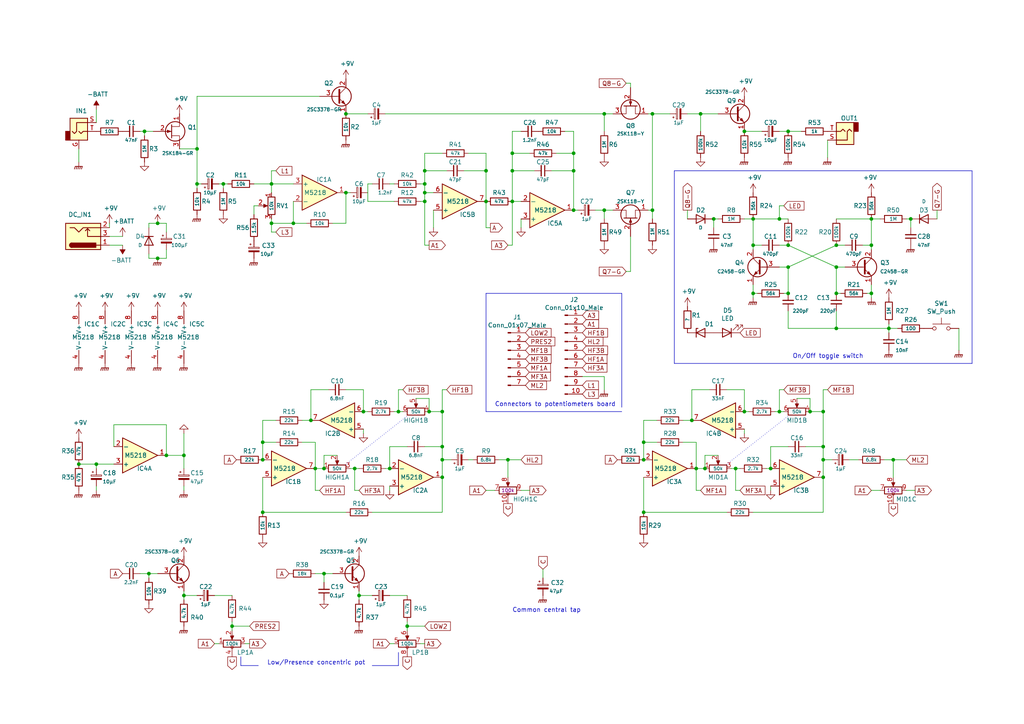
<source format=kicad_sch>
(kicad_sch (version 20230121) (generator eeschema)
  (paper "A4")
  (title_block (title "PQ-4 Parametric Equalizer") (date "2019-09-16") (company "Boss"))
  (junction (at 27.94 134.62))
  (junction (at 124.46 119.38))
  (junction (at 41.91 38.1))
  (junction (at 218.44 71.12))
  (junction (at 57.15 53.34))
  (junction (at 93.98 166.37))
  (junction (at 67.31 181.61))
  (junction (at 223.52 135.89))
  (junction (at 228.6 71.12))
  (junction (at 238.76 119.38))
  (junction (at 123.19 49.53))
  (junction (at 123.19 58.42))
  (junction (at 123.19 53.34))
  (junction (at 93.98 135.89))
  (junction (at 228.6 85.09))
  (junction (at 128.27 129.54))
  (junction (at 175.26 60.96))
  (junction (at 252.73 63.5))
  (junction (at 78.74 64.77))
  (junction (at 204.47 135.89))
  (junction (at 140.97 49.53))
  (junction (at 242.57 85.09))
  (junction (at 200.66 121.92))
  (junction (at 234.95 119.38))
  (junction (at 128.27 133.35))
  (junction (at 85.09 64.77))
  (junction (at 242.57 71.12))
  (junction (at 76.2 128.27))
  (junction (at 90.17 121.92))
  (junction (at 78.74 53.34))
  (junction (at 100.33 55.88))
  (junction (at 226.06 119.38))
  (junction (at 186.69 133.35))
  (junction (at 264.16 63.5))
  (junction (at 22.86 134.62))
  (junction (at 104.14 172.72))
  (junction (at 45.72 64.77))
  (junction (at 228.6 38.1))
  (junction (at 218.44 85.09))
  (junction (at 218.44 63.5))
  (junction (at 252.73 71.12))
  (junction (at 175.26 33.02))
  (junction (at 252.73 85.09))
  (junction (at 102.87 135.89))
  (junction (at 43.18 166.37))
  (junction (at 238.76 129.54))
  (junction (at 76.2 148.59))
  (junction (at 123.19 55.88))
  (junction (at 238.76 138.43))
  (junction (at 242.57 95.25))
  (junction (at 140.97 58.42))
  (junction (at 166.37 49.53))
  (junction (at 148.59 49.53))
  (junction (at 48.26 132.08))
  (junction (at 76.2 133.35))
  (junction (at 45.72 74.93))
  (junction (at 226.06 63.5))
  (junction (at 53.34 132.08))
  (junction (at 189.23 33.02))
  (junction (at 203.2 33.02))
  (junction (at 105.41 119.38))
  (junction (at 166.37 60.96))
  (junction (at 166.37 44.45))
  (junction (at 259.08 133.35))
  (junction (at 201.93 135.89))
  (junction (at 207.01 63.5))
  (junction (at 238.76 133.35))
  (junction (at 215.9 38.1))
  (junction (at 100.33 33.02))
  (junction (at 213.36 135.89))
  (junction (at 128.27 119.38))
  (junction (at 186.69 128.27))
  (junction (at 118.11 181.61))
  (junction (at 189.23 60.96))
  (junction (at 215.9 119.38))
  (junction (at 228.6 77.47))
  (junction (at 53.34 172.72))
  (junction (at 147.32 133.35))
  (junction (at 186.69 148.59))
  (junction (at 64.77 53.34))
  (junction (at 91.44 135.89))
  (junction (at 148.59 44.45))
  (junction (at 257.81 95.25))
  (junction (at 148.59 58.42))
  (junction (at 113.03 135.89))
  (junction (at 242.57 77.47))
  (junction (at 115.57 119.38))
  (junction (at 57.15 43.18))
  (junction (at 128.27 138.43))
  (wire (pts (xy 100.33 64.77) (xy 100.33 55.88)))
  (wire (pts (xy 58.42 53.34) (xy 57.15 53.34)))
  (wire (pts (xy 85.09 64.77) (xy 88.9 64.77)))
  (wire (pts (xy 201.93 135.89) (xy 204.47 135.89)))
  (wire (pts (xy 80.01 128.27) (xy 76.2 128.27)))
  (wire (pts (xy 106.68 53.34) (xy 106.68 58.42)))
  (wire (pts (xy 106.68 58.42) (xy 114.3 58.42)))
  (wire (pts (xy 238.76 113.03) (xy 240.03 113.03)))
  (wire (pts (xy 238.76 129.54) (xy 238.76 133.35)))
  (wire (pts (xy 27.94 134.62) (xy 22.86 134.62)))
  (wire (pts (xy 148.59 58.42) (xy 148.59 71.12)))
  (wire (pts (xy 76.2 148.59) (xy 76.2 138.43)))
  (wire (pts (xy 41.91 38.1) (xy 44.45 38.1)))
  (wire (pts (xy 27.94 142.24) (xy 27.94 140.97)))
  (wire (pts (xy 121.92 53.34) (xy 123.19 53.34)))
  (wire (pts (xy 226.06 113.03) (xy 226.06 119.38)))
  (wire (pts (xy 48.26 72.39) (xy 48.26 74.93)))
  (wire (pts (xy 218.44 63.5) (xy 218.44 71.12)))
  (wire (pts (xy 242.57 71.12) (xy 245.11 71.12)))
  (wire (pts (xy 218.44 148.59) (xy 238.76 148.59)))
  (wire (pts (xy 256.54 133.35) (xy 259.08 133.35)))
  (wire (pts (xy 226.06 77.47) (xy 228.6 77.47)))
  (wire (pts (xy 238.76 133.35) (xy 238.76 138.43)))
  (wire (pts (xy 116.84 113.03) (xy 115.57 113.03)))
  (wire (pts (xy 123.19 58.42) (xy 123.19 55.88)))
  (wire (pts (xy 223.52 142.24) (xy 223.52 140.97)))
  (wire (pts (xy 43.18 74.93) (xy 43.18 73.66)))
  (wire (pts (xy 199.39 33.02) (xy 203.2 33.02)))
  (wire (pts (xy 203.2 33.02) (xy 208.28 33.02)))
  (wire (pts (xy 210.82 113.03) (xy 215.9 113.03)))
  (wire (pts (xy 48.26 132.08) (xy 53.34 132.08)))
  (wire (pts (xy 213.36 142.24) (xy 214.63 142.24)))
  (wire (pts (xy 245.11 77.47) (xy 242.57 77.47)))
  (wire (pts (xy 227.33 113.03) (xy 226.06 113.03)))
  (wire (pts (xy 212.09 135.89) (xy 213.36 135.89)))
  (wire (pts (xy 100.33 113.03) (xy 105.41 113.03)))
  (wire (pts (xy 102.87 142.24) (xy 102.87 135.89)))
  (wire (pts (xy 105.41 124.46) (xy 105.41 125.73)))
  (wire (pts (xy 252.73 142.24) (xy 255.27 142.24)))
  (wire (pts (xy 215.9 113.03) (xy 215.9 119.38)))
  (wire (pts (xy 233.68 129.54) (xy 238.76 129.54)))
  (wire (pts (xy 43.18 64.77) (xy 45.72 64.77)))
  (wire (pts (xy 213.36 142.24) (xy 213.36 135.89)))
  (wire (pts (xy 234.95 119.38) (xy 238.76 119.38)))
  (wire (pts (xy 147.32 133.35) (xy 151.13 133.35)))
  (wire (pts (xy 114.3 53.34) (xy 113.03 53.34)))
  (wire (pts (xy 52.07 43.18) (xy 57.15 43.18)))
  (wire (pts (xy 203.2 38.1) (xy 203.2 33.02)))
  (wire (pts (xy 104.14 142.24) (xy 102.87 142.24)))
  (wire (pts (xy 255.27 63.5) (xy 252.73 63.5)))
  (wire (pts (xy 228.6 38.1) (xy 232.41 38.1)))
  (wire (pts (xy 189.23 33.02) (xy 194.31 33.02)))
  (wire (pts (xy 134.62 49.53) (xy 140.97 49.53)))
  (wire (pts (xy 78.74 67.31) (xy 78.74 64.77)))
  (wire (pts (xy 175.26 38.1) (xy 175.26 33.02)))
  (wire (pts (xy 45.72 74.93) (xy 43.18 74.93)))
  (wire (pts (xy 128.27 119.38) (xy 128.27 113.03)))
  (wire (pts (xy 31.75 64.77) (xy 31.75 66.04)))
  (wire (pts (xy 33.02 134.62) (xy 27.94 134.62)))
  (wire (pts (xy 163.83 38.1) (xy 166.37 38.1)))
  (wire (pts (xy 67.31 180.34) (xy 67.31 181.61)))
  (wire (pts (xy 227.33 119.38) (xy 226.06 119.38)))
  (wire (pts (xy 43.18 166.37) (xy 45.72 166.37)))
  (wire (pts (xy 182.88 68.58) (xy 182.88 78.74)))
  (wire (pts (xy 113.03 172.72) (xy 118.11 172.72)))
  (wire (pts (xy 48.26 132.08) (xy 48.26 123.19)))
  (wire (pts (xy 123.19 44.45) (xy 128.27 44.45)))
  (wire (pts (xy 242.57 85.09) (xy 242.57 77.47)))
  (wire (pts (xy 125.73 60.96) (xy 125.73 66.04)))
  (wire (pts (xy 74.93 59.69) (xy 73.66 59.69)))
  (wire (pts (xy 107.95 53.34) (xy 106.68 53.34)))
  (wire (pts (xy 113.03 129.54) (xy 113.03 135.89)))
  (wire (pts (xy 53.34 172.72) (xy 53.34 173.99)))
  (wire (pts (xy 87.63 128.27) (xy 91.44 128.27)))
  (wire (pts (xy 73.66 53.34) (xy 78.74 53.34)))
  (wire (pts (xy 186.69 121.92) (xy 190.5 121.92)))
  (wire (pts (xy 135.89 44.45) (xy 140.97 44.45)))
  (wire (pts (xy 147.32 138.43) (xy 147.32 133.35)))
  (wire (pts (xy 91.44 135.89) (xy 93.98 135.89)))
  (wire (pts (xy 201.93 128.27) (xy 201.93 135.89)))
  (wire (pts (xy 205.74 113.03) (xy 200.66 113.03)))
  (wire (pts (xy 125.73 55.88) (xy 123.19 55.88)))
  (wire (pts (xy 219.71 85.09) (xy 218.44 85.09)))
  (wire (pts (xy 80.01 49.53) (xy 78.74 49.53)))
  (wire (pts (xy 67.31 181.61) (xy 67.31 182.88)))
  (wire (pts (xy 220.98 71.12) (xy 218.44 71.12)))
  (wire (pts (xy 85.09 58.42) (xy 85.09 64.77)))
  (polyline (pts (xy 140.97 85.09) (xy 140.97 119.38)))
  (wire (pts (xy 175.26 63.5) (xy 175.26 60.96)))
  (wire (pts (xy 71.12 186.69) (xy 72.39 186.69)))
  (wire (pts (xy 182.88 24.13) (xy 182.88 25.4)))
  (wire (pts (xy 120.65 115.57) (xy 124.46 115.57)))
  (wire (pts (xy 140.97 49.53) (xy 140.97 58.42)))
  (wire (pts (xy 226.06 63.5) (xy 228.6 63.5)))
  (wire (pts (xy 166.37 44.45) (xy 166.37 49.53)))
  (wire (pts (xy 257.81 95.25) (xy 260.35 95.25)))
  (wire (pts (xy 64.77 54.61) (xy 64.77 53.34)))
  (wire (pts (xy 128.27 129.54) (xy 128.27 119.38)))
  (wire (pts (xy 262.89 142.24) (xy 265.43 142.24)))
  (wire (pts (xy 87.63 121.92) (xy 90.17 121.92)))
  (wire (pts (xy 76.2 148.59) (xy 100.33 148.59)))
  (wire (pts (xy 228.6 95.25) (xy 242.57 95.25)))
  (wire (pts (xy 148.59 58.42) (xy 151.13 58.42)))
  (wire (pts (xy 148.59 49.53) (xy 148.59 58.42)))
  (wire (pts (xy 62.23 186.69) (xy 63.5 186.69)))
  (wire (pts (xy 80.01 121.92) (xy 76.2 121.92)))
  (wire (pts (xy 208.28 132.08) (xy 204.47 132.08)))
  (wire (pts (xy 186.69 148.59) (xy 186.69 138.43)))
  (wire (pts (xy 215.9 63.5) (xy 218.44 63.5)))
  (wire (pts (xy 228.6 77.47) (xy 242.57 71.12)))
  (polyline (pts (xy 195.58 49.53) (xy 281.94 49.53)))
  (wire (pts (xy 101.6 55.88) (xy 100.33 55.88)))
  (wire (pts (xy 186.69 121.92) (xy 186.69 128.27)))
  (wire (pts (xy 252.73 71.12) (xy 252.73 72.39)))
  (wire (pts (xy 198.12 128.27) (xy 201.93 128.27)))
  (wire (pts (xy 43.18 66.04) (xy 43.18 64.77)))
  (wire (pts (xy 27.94 31.75) (xy 27.94 35.56)))
  (wire (pts (xy 251.46 85.09) (xy 252.73 85.09)))
  (wire (pts (xy 123.19 49.53) (xy 129.54 49.53)))
  (wire (pts (xy 106.68 119.38) (xy 105.41 119.38)))
  (wire (pts (xy 218.44 85.09) (xy 218.44 86.36)))
  (wire (pts (xy 160.02 49.53) (xy 166.37 49.53)))
  (wire (pts (xy 228.6 129.54) (xy 223.52 129.54)))
  (polyline (pts (xy 281.94 105.41) (xy 195.58 105.41)))
  (wire (pts (xy 33.02 123.19) (xy 33.02 129.54)))
  (wire (pts (xy 104.14 135.89) (xy 102.87 135.89)))
  (wire (pts (xy 48.26 74.93) (xy 45.72 74.93)))
  (wire (pts (xy 201.93 135.89) (xy 201.93 142.24)))
  (wire (pts (xy 207.01 66.04) (xy 207.01 63.5)))
  (wire (pts (xy 124.46 119.38) (xy 128.27 119.38)))
  (polyline (pts (xy 140.97 119.38) (xy 180.34 119.38)))
  (wire (pts (xy 181.61 24.13) (xy 182.88 24.13)))
  (wire (pts (xy 128.27 133.35) (xy 128.27 138.43)))
  (wire (pts (xy 123.19 181.61) (xy 118.11 181.61)))
  (wire (pts (xy 92.71 142.24) (xy 91.44 142.24)))
  (wire (pts (xy 63.5 53.34) (xy 64.77 53.34)))
  (wire (pts (xy 264.16 66.04) (xy 264.16 63.5)))
  (wire (pts (xy 91.44 135.89) (xy 91.44 142.24)))
  (polyline (pts (xy 74.93 193.04) (xy 69.85 193.04)))
  (wire (pts (xy 226.06 71.12) (xy 228.6 71.12)))
  (wire (pts (xy 189.23 63.5) (xy 189.23 60.96)))
  (wire (pts (xy 97.79 132.08) (xy 93.98 132.08)))
  (wire (pts (xy 93.98 166.37) (xy 96.52 166.37)))
  (wire (pts (xy 31.75 68.58) (xy 35.56 68.58)))
  (wire (pts (xy 198.12 121.92) (xy 200.66 121.92)))
  (wire (pts (xy 172.72 60.96) (xy 175.26 60.96)))
  (wire (pts (xy 238.76 138.43) (xy 238.76 148.59)))
  (wire (pts (xy 121.92 58.42) (xy 123.19 58.42)))
  (polyline (pts (xy 180.34 118.11) (xy 180.34 85.09)))
  (wire (pts (xy 104.14 172.72) (xy 107.95 172.72)))
  (wire (pts (xy 118.11 181.61) (xy 118.11 182.88)))
  (wire (pts (xy 102.87 135.89) (xy 101.6 135.89)))
  (wire (pts (xy 262.89 63.5) (xy 264.16 63.5)))
  (wire (pts (xy 223.52 129.54) (xy 223.52 135.89)))
  (wire (pts (xy 218.44 71.12) (xy 218.44 72.39)))
  (wire (pts (xy 22.86 43.18) (xy 22.86 46.99)))
  (wire (pts (xy 53.34 172.72) (xy 57.15 172.72)))
  (wire (pts (xy 140.97 66.04) (xy 142.24 66.04)))
  (polyline (pts (xy 210.82 134.62) (xy 228.6 120.65)) (stroke (width 0) (type dot)))
  (wire (pts (xy 151.13 142.24) (xy 153.67 142.24)))
  (wire (pts (xy 123.19 129.54) (xy 128.27 129.54)))
  (wire (pts (xy 227.33 85.09) (xy 228.6 85.09)))
  (wire (pts (xy 144.78 133.35) (xy 147.32 133.35)))
  (wire (pts (xy 93.98 168.91) (xy 93.98 166.37)))
  (wire (pts (xy 105.41 113.03) (xy 105.41 119.38)))
  (wire (pts (xy 243.84 85.09) (xy 242.57 85.09)))
  (wire (pts (xy 95.25 113.03) (xy 90.17 113.03)))
  (wire (pts (xy 140.97 142.24) (xy 143.51 142.24)))
  (wire (pts (xy 190.5 128.27) (xy 186.69 128.27)))
  (wire (pts (xy 186.69 148.59) (xy 210.82 148.59)))
  (wire (pts (xy 257.81 95.25) (xy 242.57 95.25)))
  (wire (pts (xy 76.2 121.92) (xy 76.2 128.27)))
  (wire (pts (xy 128.27 113.03) (xy 129.54 113.03)))
  (wire (pts (xy 53.34 132.08) (xy 53.34 135.89)))
  (wire (pts (xy 73.66 59.69) (xy 73.66 62.23)))
  (wire (pts (xy 113.03 135.89) (xy 111.76 135.89)))
  (wire (pts (xy 213.36 135.89) (xy 214.63 135.89)))
  (wire (pts (xy 153.67 44.45) (xy 148.59 44.45)))
  (wire (pts (xy 252.73 63.5) (xy 252.73 71.12)))
  (wire (pts (xy 234.95 115.57) (xy 234.95 119.38)))
  (wire (pts (xy 257.81 95.25) (xy 257.81 96.52)))
  (wire (pts (xy 228.6 90.17) (xy 228.6 95.25)))
  (wire (pts (xy 62.23 172.72) (xy 67.31 172.72)))
  (wire (pts (xy 40.64 166.37) (xy 43.18 166.37)))
  (wire (pts (xy 128.27 138.43) (xy 128.27 148.59)))
  (wire (pts (xy 57.15 27.94) (xy 57.15 43.18)))
  (wire (pts (xy 161.29 44.45) (xy 166.37 44.45)))
  (wire (pts (xy 78.74 64.77) (xy 85.09 64.77)))
  (wire (pts (xy 204.47 132.08) (xy 204.47 135.89)))
  (wire (pts (xy 123.19 49.53) (xy 123.19 53.34)))
  (wire (pts (xy 48.26 123.19) (xy 33.02 123.19)))
  (wire (pts (xy 167.64 60.96) (xy 166.37 60.96)))
  (wire (pts (xy 53.34 140.97) (xy 53.34 142.24)))
  (wire (pts (xy 259.08 133.35) (xy 262.89 133.35)))
  (wire (pts (xy 238.76 119.38) (xy 238.76 113.03)))
  (wire (pts (xy 271.78 63.5) (xy 271.78 60.96)))
  (wire (pts (xy 203.2 142.24) (xy 201.93 142.24)))
  (wire (pts (xy 90.17 113.03) (xy 90.17 121.92)))
  (wire (pts (xy 121.92 186.69) (xy 123.19 186.69)))
  (wire (pts (xy 166.37 38.1) (xy 166.37 44.45)))
  (wire (pts (xy 78.74 55.88) (xy 78.74 53.34)))
  (wire (pts (xy 257.81 93.98) (xy 257.81 95.25)))
  (wire (pts (xy 113.03 142.24) (xy 113.03 140.97)))
  (wire (pts (xy 104.14 172.72) (xy 104.14 173.99)))
  (wire (pts (xy 118.11 129.54) (xy 113.03 129.54)))
  (wire (pts (xy 148.59 71.12) (xy 147.32 71.12)))
  (polyline (pts (xy 195.58 105.41) (xy 195.58 49.53)))
  (wire (pts (xy 80.01 67.31) (xy 78.74 67.31)))
  (wire (pts (xy 252.73 85.09) (xy 252.73 86.36)))
  (wire (pts (xy 187.96 60.96) (xy 189.23 60.96)))
  (wire (pts (xy 182.88 78.74) (xy 181.61 78.74)))
  (wire (pts (xy 140.97 44.45) (xy 140.97 49.53)))
  (wire (pts (xy 113.03 186.69) (xy 114.3 186.69)))
  (wire (pts (xy 186.69 128.27) (xy 186.69 133.35)))
  (wire (pts (xy 148.59 38.1) (xy 148.59 44.45)))
  (wire (pts (xy 252.73 82.55) (xy 252.73 85.09)))
  (wire (pts (xy 40.64 38.1) (xy 41.91 38.1)))
  (wire (pts (xy 78.74 63.5) (xy 78.74 64.77)))
  (wire (pts (xy 107.95 148.59) (xy 128.27 148.59)))
  (wire (pts (xy 242.57 63.5) (xy 252.73 63.5)))
  (wire (pts (xy 57.15 43.18) (xy 57.15 53.34)))
  (wire (pts (xy 148.59 44.45) (xy 148.59 49.53)))
  (wire (pts (xy 175.26 33.02) (xy 177.8 33.02)))
  (wire (pts (xy 72.39 181.61) (xy 67.31 181.61)))
  (wire (pts (xy 140.97 58.42) (xy 140.97 66.04)))
  (wire (pts (xy 57.15 53.34) (xy 57.15 54.61)))
  (wire (pts (xy 278.13 95.25) (xy 278.13 101.6)))
  (wire (pts (xy 91.44 166.37) (xy 93.98 166.37)))
  (wire (pts (xy 76.2 128.27) (xy 76.2 133.35)))
  (wire (pts (xy 218.44 82.55) (xy 218.44 85.09)))
  (polyline (pts (xy 281.94 49.53) (xy 281.94 105.41)))
  (wire (pts (xy 78.74 49.53) (xy 78.74 53.34)))
  (wire (pts (xy 199.39 63.5) (xy 199.39 60.96)))
  (wire (pts (xy 207.01 63.5) (xy 208.28 63.5)))
  (wire (pts (xy 215.9 125.73) (xy 215.9 124.46)))
  (wire (pts (xy 231.14 115.57) (xy 234.95 115.57)))
  (wire (pts (xy 226.06 59.69) (xy 226.06 63.5)))
  (wire (pts (xy 53.34 171.45) (xy 53.34 172.72)))
  (wire (pts (xy 157.48 165.1) (xy 157.48 167.64)))
  (wire (pts (xy 200.66 113.03) (xy 200.66 121.92)))
  (wire (pts (xy 151.13 63.5) (xy 151.13 66.04)))
  (wire (pts (xy 48.26 64.77) (xy 48.26 67.31)))
  (wire (pts (xy 226.06 119.38) (xy 224.79 119.38)))
  (wire (pts (xy 123.19 58.42) (xy 123.19 71.12)))
  (wire (pts (xy 238.76 129.54) (xy 238.76 119.38)))
  (wire (pts (xy 111.76 33.02) (xy 175.26 33.02)))
  (wire (pts (xy 115.57 119.38) (xy 116.84 119.38)))
  (wire (pts (xy 106.68 33.02) (xy 100.33 33.02)))
  (wire (pts (xy 123.19 71.12) (xy 124.46 71.12)))
  (wire (pts (xy 43.18 167.64) (xy 43.18 166.37)))
  (wire (pts (xy 175.26 60.96) (xy 177.8 60.96)))
  (wire (pts (xy 45.72 64.77) (xy 48.26 64.77)))
  (wire (pts (xy 64.77 53.34) (xy 66.04 53.34)))
  (wire (pts (xy 27.94 135.89) (xy 27.94 134.62)))
  (wire (pts (xy 123.19 44.45) (xy 123.19 49.53)))
  (polyline (pts (xy 180.34 85.09) (xy 140.97 85.09)))
  (wire (pts (xy 166.37 49.53) (xy 166.37 60.96)))
  (wire (pts (xy 53.34 125.73) (xy 53.34 132.08)))
  (wire (pts (xy 242.57 90.17) (xy 242.57 95.25)))
  (wire (pts (xy 259.08 133.35) (xy 259.08 138.43)))
  (wire (pts (xy 104.14 171.45) (xy 104.14 172.72)))
  (wire (pts (xy 118.11 180.34) (xy 118.11 181.61)))
  (wire (pts (xy 78.74 53.34) (xy 85.09 53.34)))
  (wire (pts (xy 228.6 85.09) (xy 228.6 77.47)))
  (wire (pts (xy 240.03 40.64) (xy 240.03 45.72)))
  (polyline (pts (xy 100.33 134.62) (xy 118.11 120.65)) (stroke (width 0) (type dot)))
  (wire (pts (xy 128.27 129.54) (xy 128.27 133.35)))
  (wire (pts (xy 115.57 113.03) (xy 115.57 119.38)))
  (wire (pts (xy 241.3 133.35) (xy 238.76 133.35)))
  (wire (pts (xy 41.91 38.1) (xy 41.91 39.37)))
  (wire (pts (xy 246.38 133.35) (xy 248.92 133.35)))
  (wire (pts (xy 226.06 38.1) (xy 228.6 38.1)))
  (wire (pts (xy 93.98 132.08) (xy 93.98 135.89)))
  (wire (pts (xy 124.46 115.57) (xy 124.46 119.38)))
  (wire (pts (xy 218.44 63.5) (xy 226.06 63.5)))
  (wire (pts (xy 250.19 71.12) (xy 252.73 71.12)))
  (wire (pts (xy 114.3 119.38) (xy 115.57 119.38)))
  (wire (pts (xy 130.81 133.35) (xy 128.27 133.35)))
  (wire (pts (xy 96.52 64.77) (xy 100.33 64.77)))
  (wire (pts (xy 217.17 119.38) (xy 215.9 119.38)))
  (wire (pts (xy 228.6 71.12) (xy 242.57 77.47)))
  (wire (pts (xy 135.89 133.35) (xy 137.16 133.35)))
  (wire (pts (xy 35.56 71.12) (xy 31.75 71.12)))
  (wire (pts (xy 91.44 128.27) (xy 91.44 135.89)))
  (wire (pts (xy 187.96 33.02) (xy 189.23 33.02)))
  (wire (pts (xy 227.33 59.69) (xy 226.06 59.69)))
  (wire (pts (xy 175.26 109.22) (xy 175.26 113.03)))
  (polyline (pts (xy 69.85 193.04) (xy 69.85 190.5)))
  (wire (pts (xy 57.15 27.94) (xy 92.71 27.94)))
  (polyline (pts (xy 107.95 193.04) (xy 115.57 193.04)))
  (wire (pts (xy 189.23 33.02) (xy 189.23 60.96)))
  (wire (pts (xy 168.91 109.22) (xy 175.26 109.22)))
  (wire (pts (xy 123.19 55.88) (xy 123.19 53.34)))
  (wire (pts (xy 154.94 49.53) (xy 148.59 49.53)))
  (polyline (pts (xy 115.57 193.04) (xy 115.57 189.23)))
  (wire (pts (xy 151.13 38.1) (xy 148.59 38.1)))
  (wire (pts (xy 220.98 38.1) (xy 215.9 38.1)))
  (wire (pts (xy 222.25 135.89) (xy 223.52 135.89)))
  (text "Connectors to potentiometers board" (at 143.51 118.11 0) (effects (font (size 1.27 1.27)) (justify left bottom)))
  (text "Common central tap" (at 148.59 177.8 0) (effects (font (size 1.27 1.27)) (justify left bottom)))
  (text "On/Off toggle switch" (at 229.87 104.14 0) (effects (font (size 1.27 1.27)) (justify left bottom)))
  (text "Low/Presence concentric pot" (at 77.47 193.04 0) (effects (font (size 1.27 1.27)) (justify left bottom)))
  (global_label "MF3A" (shape input) (at 214.63 142.24 0) (property "Intersheetrefs" "${INTERSHEET_REFS}" (effects hide)))
  (global_label "PRES2" (shape input) (at 152.4 99.06 0) (property "Intersheetrefs" "${INTERSHEET_REFS}" (effects hide)))
  (global_label "HL2" (shape input) (at 168.91 99.06 0) (property "Intersheetrefs" "${INTERSHEET_REFS}" (effects hide)))
  (global_label "LED" (shape input) (at 214.63 96.52 0) (property "Intersheetrefs" "${INTERSHEET_REFS}" (effects hide)))
  (global_label "A3" (shape input) (at 168.91 91.44 0) (property "Intersheetrefs" "${INTERSHEET_REFS}" (effects hide)))
  (global_label "LED" (shape input) (at 227.33 59.69 0) (property "Intersheetrefs" "${INTERSHEET_REFS}" (effects hide)))
  (global_label "A3" (shape input) (at 147.32 71.12 180) (property "Intersheetrefs" "${INTERSHEET_REFS}" (effects hide)))
  (global_label "HF3B" (shape input) (at 116.84 113.03 0) (property "Intersheetrefs" "${INTERSHEET_REFS}" (effects hide)))
  (global_label "MF3B" (shape input) (at 227.33 113.03 0) (property "Intersheetrefs" "${INTERSHEET_REFS}" (effects hide)))
  (global_label "MF3B" (shape input) (at 152.4 104.14 0) (property "Intersheetrefs" "${INTERSHEET_REFS}" (effects hide)))
  (global_label "LOW2" (shape input) (at 123.19 181.61 0) (property "Intersheetrefs" "${INTERSHEET_REFS}" (effects hide)))
  (global_label "PRES2" (shape input) (at 72.39 181.61 0) (property "Intersheetrefs" "${INTERSHEET_REFS}" (effects hide)))
  (global_label "MF1A" (shape input) (at 203.2 142.24 0) (property "Intersheetrefs" "${INTERSHEET_REFS}" (effects hide)))
  (global_label "A" (shape input) (at 179.07 133.35 180) (property "Intersheetrefs" "${INTERSHEET_REFS}" (effects hide)))
  (global_label "L3" (shape input) (at 80.01 67.31 0) (property "Intersheetrefs" "${INTERSHEET_REFS}" (effects hide)))
  (global_label "HF3B" (shape input) (at 168.91 101.6 0) (property "Intersheetrefs" "${INTERSHEET_REFS}" (effects hide)))
  (global_label "C" (shape output) (at 67.31 190.5 270) (property "Intersheetrefs" "${INTERSHEET_REFS}" (effects hide)))
  (global_label "MF1B" (shape input) (at 152.4 101.6 0) (property "Intersheetrefs" "${INTERSHEET_REFS}" (effects hide)))
  (global_label "HF1A" (shape input) (at 92.71 142.24 0) (property "Intersheetrefs" "${INTERSHEET_REFS}" (effects hide)))
  (global_label "A3" (shape output) (at 123.19 186.69 0) (property "Intersheetrefs" "${INTERSHEET_REFS}" (effects hide)))
  (global_label "A1" (shape input) (at 252.73 142.24 180) (property "Intersheetrefs" "${INTERSHEET_REFS}" (effects hide)))
  (global_label "Q7-G" (shape output) (at 271.78 60.96 90) (property "Intersheetrefs" "${INTERSHEET_REFS}" (effects hide)))
  (global_label "C" (shape input) (at 157.48 165.1 90) (property "Intersheetrefs" "${INTERSHEET_REFS}" (effects hide)))
  (global_label "MF1A" (shape input) (at 152.4 106.68 0) (property "Intersheetrefs" "${INTERSHEET_REFS}" (effects hide)))
  (global_label "L1" (shape input) (at 168.91 111.76 0) (property "Intersheetrefs" "${INTERSHEET_REFS}" (effects hide)))
  (global_label "HF3A" (shape input) (at 168.91 106.68 0) (property "Intersheetrefs" "${INTERSHEET_REFS}" (effects hide)))
  (global_label "A3" (shape output) (at 72.39 186.69 0) (property "Intersheetrefs" "${INTERSHEET_REFS}" (effects hide)))
  (global_label "A" (shape input) (at 35.56 166.37 180) (property "Intersheetrefs" "${INTERSHEET_REFS}" (effects hide)))
  (global_label "C" (shape output) (at 118.11 190.5 270) (property "Intersheetrefs" "${INTERSHEET_REFS}" (effects hide)))
  (global_label "L3" (shape input) (at 168.91 114.3 0) (property "Intersheetrefs" "${INTERSHEET_REFS}" (effects hide)))
  (global_label "A1" (shape input) (at 113.03 186.69 180) (property "Intersheetrefs" "${INTERSHEET_REFS}" (effects hide)))
  (global_label "HL2" (shape input) (at 151.13 133.35 0) (property "Intersheetrefs" "${INTERSHEET_REFS}" (effects hide)))
  (global_label "ML2" (shape input) (at 262.89 133.35 0) (property "Intersheetrefs" "${INTERSHEET_REFS}" (effects hide)))
  (global_label "HF1B" (shape input) (at 129.54 113.03 0) (property "Intersheetrefs" "${INTERSHEET_REFS}" (effects hide)))
  (global_label "HF1A" (shape input) (at 168.91 104.14 0) (property "Intersheetrefs" "${INTERSHEET_REFS}" (effects hide)))
  (global_label "A3" (shape output) (at 265.43 142.24 0) (property "Intersheetrefs" "${INTERSHEET_REFS}" (effects hide)))
  (global_label "A3" (shape output) (at 153.67 142.24 0) (property "Intersheetrefs" "${INTERSHEET_REFS}" (effects hide)))
  (global_label "A" (shape input) (at 68.58 133.35 180) (property "Intersheetrefs" "${INTERSHEET_REFS}" (effects hide)))
  (global_label "Q8-G" (shape output) (at 199.39 60.96 90) (property "Intersheetrefs" "${INTERSHEET_REFS}" (effects hide)))
  (global_label "A1" (shape input) (at 62.23 186.69 180) (property "Intersheetrefs" "${INTERSHEET_REFS}" (effects hide)))
  (global_label "A1" (shape output) (at 124.46 71.12 0) (property "Intersheetrefs" "${INTERSHEET_REFS}" (effects hide)))
  (global_label "A1" (shape input) (at 140.97 142.24 180) (property "Intersheetrefs" "${INTERSHEET_REFS}" (effects hide)))
  (global_label "Q8-G" (shape input) (at 181.61 24.13 180) (property "Intersheetrefs" "${INTERSHEET_REFS}" (effects hide)))
  (global_label "C" (shape output) (at 147.32 146.05 270) (property "Intersheetrefs" "${INTERSHEET_REFS}" (effects hide)))
  (global_label "ML2" (shape input) (at 152.4 111.76 0) (property "Intersheetrefs" "${INTERSHEET_REFS}" (effects hide)))
  (global_label "A1" (shape input) (at 168.91 93.98 0) (property "Intersheetrefs" "${INTERSHEET_REFS}" (effects hide)))
  (global_label "L1" (shape input) (at 80.01 49.53 0) (property "Intersheetrefs" "${INTERSHEET_REFS}" (effects hide)))
  (global_label "HF3A" (shape input) (at 104.14 142.24 0) (property "Intersheetrefs" "${INTERSHEET_REFS}" (effects hide)))
  (global_label "MF1B" (shape input) (at 240.03 113.03 0) (property "Intersheetrefs" "${INTERSHEET_REFS}" (effects hide)))
  (global_label "LOW2" (shape input) (at 152.4 96.52 0) (property "Intersheetrefs" "${INTERSHEET_REFS}" (effects hide)))
  (global_label "A" (shape output) (at 142.24 66.04 0) (property "Intersheetrefs" "${INTERSHEET_REFS}" (effects hide)))
  (global_label "HF1B" (shape input) (at 168.91 96.52 0) (property "Intersheetrefs" "${INTERSHEET_REFS}" (effects hide)))
  (global_label "C" (shape output) (at 259.08 146.05 270) (property "Intersheetrefs" "${INTERSHEET_REFS}" (effects hide)))
  (global_label "MF3A" (shape input) (at 152.4 109.22 0) (property "Intersheetrefs" "${INTERSHEET_REFS}" (effects hide)))
  (global_label "A" (shape input) (at 83.82 166.37 180) (property "Intersheetrefs" "${INTERSHEET_REFS}" (effects hide)))
  (global_label "Q7-G" (shape input) (at 181.61 78.74 180) (property "Intersheetrefs" "${INTERSHEET_REFS}" (effects hide)))
  (symbol (lib_id "Amplifier_Operational:NJM5532") (at 40.64 132.08 0) (mirror x) (unit 1)
    (property "Reference" "IC4" (at 41.91 135.89 0))
    (property "Value" "M5218" (at 39.37 132.08 0))
    (property "Footprint" "Package_SIP:SIP-8_19x3mm_P2.54mm" (effects hide))
    (property "Datasheet" "http://www.njr.com/semicon/PDF/NJM5532_E.pdf" (effects hide))
  )
  (symbol (lib_id "Device:R") (at 22.86 130.81 0) (unit 1)
    (property "Reference" "R36" (at 17.78 130.81 0) (effects (justify left)))
    (property "Value" "47k" (at 22.86 130.81 90) (effects (font (size 0.9906 0.9906))))
    (property "Footprint" "Resistor_THT:R_Axial_DIN0204_L3.6mm_D1.6mm_P5.08mm_Horizontal" (effects hide))
  )
  (symbol (lib_id "Device:R") (at 22.86 138.43 0) (unit 1)
    (property "Reference" "R35" (at 17.78 138.43 0) (effects (justify left)))
    (property "Value" "47k" (at 22.86 138.43 90) (effects (font (size 0.9906 0.9906))))
    (property "Footprint" "Resistor_THT:R_Axial_DIN0204_L3.6mm_D1.6mm_P5.08mm_Horizontal" (effects hide))
  )
  (symbol (lib_id "power:GNDPWR") (at 22.86 142.24 0) (unit 1)
    (property "Reference" "#PWR0101" (effects hide))
    (property "Value" "GNDPWR" (effects hide))
  )
  (symbol (lib_id "power:+9V") (at 22.86 127 0) (unit 1)
    (property "Reference" "#PWR0102" (effects hide))
    (property "Value" "+9V" (at 23.241 122.6058 0))
  )
  (symbol (lib_id "Device:C_Polarized_Small") (at 27.94 138.43 0) (unit 1)
    (property "Reference" "C18" (at 31.75 137.16 0))
    (property "Value" "10µF" (at 31.75 139.7 0) (effects (font (size 0.9906 0.9906))))
    (property "Footprint" "Capactor_w:CP_Radial_D4.0mm_P5.08mm" (effects hide))
  )
  (symbol (lib_id "Device:R") (at 31.75 38.1 270) (unit 1)
    (property "Reference" "R7" (at 31.75 35.56 90))
    (property "Value" "10k" (at 31.75 38.1 90) (effects (font (size 0.9906 0.9906))))
    (property "Footprint" "Resistor_THT:R_Axial_DIN0204_L3.6mm_D1.6mm_P5.08mm_Horizontal" (effects hide))
  )
  (symbol (lib_id "Device:C_Small") (at 38.1 38.1 270) (unit 1)
    (property "Reference" "C1" (at 38.1 35.56 90))
    (property "Value" "47nF" (at 38.1 40.64 90) (effects (font (size 0.9906 0.9906))))
    (property "Footprint" "Capacitor_THT:C_Rect_L7.0mm_W2.0mm_P5.00mm" (effects hide))
  )
  (symbol (lib_id "Device:R") (at 41.91 43.18 0) (mirror x) (unit 1)
    (property "Reference" "R3" (at 43.18 43.18 0) (effects (justify left)))
    (property "Value" "1M" (at 41.91 43.18 90) (effects (font (size 0.9906 0.9906))))
    (property "Footprint" "Resistor_THT:R_Axial_DIN0204_L3.6mm_D1.6mm_P5.08mm_Horizontal" (effects hide))
  )
  (symbol (lib_id "Device:Q_NJFET_DGS") (at 49.53 38.1 0) (unit 1)
    (property "Reference" "Q1" (at 54.3814 36.9316 0) (effects (justify left)))
    (property "Value" "2SK184-GR" (at 46.99 44.45 0) (effects (font (size 0.9906 0.9906)) (justify left)))
    (property "Footprint" "Package_TO_SOT_THT:TO-92S_Wide" (effects hide))
  )
  (symbol (lib_id "Device:R") (at 57.15 58.42 0) (unit 1)
    (property "Reference" "R4" (at 58.42 58.42 0) (effects (justify left)))
    (property "Value" "10k" (at 57.15 58.42 90) (effects (font (size 0.9906 0.9906))))
    (property "Footprint" "Resistor_THT:R_Axial_DIN0204_L3.6mm_D1.6mm_P5.08mm_Horizontal" (effects hide))
  )
  (symbol (lib_id "power:+9V") (at 52.07 33.02 0) (unit 1)
    (property "Reference" "#PWR0104" (effects hide))
    (property "Value" "+9V" (at 52.451 28.6258 0))
  )
  (symbol (lib_id "power:GNDPWR") (at 57.15 62.23 0) (unit 1)
    (property "Reference" "#PWR0106" (effects hide))
    (property "Value" "GNDPWR" (effects hide))
  )
  (symbol (lib_id "Amplifier_Operational:NJM5532") (at 92.71 55.88 0) (unit 1)
    (property "Reference" "IC1" (at 93.98 52.07 0))
    (property "Value" "M5218" (at 91.44 55.88 0))
    (property "Footprint" "Package_SIP:SIP-8_19x3mm_P2.54mm" (effects hide))
    (property "Datasheet" "http://www.njr.com/semicon/PDF/NJM5532_E.pdf" (effects hide))
  )
  (symbol (lib_id "Device:C_Polarized_Small") (at 60.96 53.34 90) (unit 1)
    (property "Reference" "C2" (at 60.96 50.8 90))
    (property "Value" "10µF" (at 60.96 55.88 90) (effects (font (size 0.9906 0.9906))))
    (property "Footprint" "Capactor_w:CP_Radial_D4.0mm_P5.08mm" (effects hide))
  )
  (symbol (lib_id "Device:R") (at 64.77 58.42 0) (mirror x) (unit 1)
    (property "Reference" "R5" (at 66.04 58.42 0) (effects (justify left)))
    (property "Value" "1M" (at 64.77 58.42 90) (effects (font (size 0.9906 0.9906))))
    (property "Footprint" "Resistor_THT:R_Axial_DIN0204_L3.6mm_D1.6mm_P5.08mm_Horizontal" (effects hide))
  )
  (symbol (lib_id "Device:R") (at 69.85 53.34 270) (unit 1)
    (property "Reference" "R11" (at 69.85 50.8 90))
    (property "Value" "10k" (at 69.85 53.34 90) (effects (font (size 0.9906 0.9906))))
    (property "Footprint" "Resistor_THT:R_Axial_DIN0204_L3.6mm_D1.6mm_P5.08mm_Horizontal" (effects hide))
  )
  (symbol (lib_id "Device:R") (at 92.71 64.77 270) (unit 1)
    (property "Reference" "R10" (at 92.71 62.23 90))
    (property "Value" "10k" (at 92.71 64.77 90) (effects (font (size 0.9906 0.9906))))
    (property "Footprint" "Resistor_THT:R_Axial_DIN0204_L3.6mm_D1.6mm_P5.08mm_Horizontal" (effects hide))
  )
  (symbol (lib_id "Device:C_Polarized_Small") (at 104.14 55.88 90) (unit 1)
    (property "Reference" "C6" (at 104.14 53.34 90))
    (property "Value" "10µF" (at 104.14 58.42 90) (effects (font (size 0.9906 0.9906))))
    (property "Footprint" "Capactor_w:CP_Radial_D4.0mm_P5.08mm" (effects hide))
  )
  (symbol (lib_id "Device:R") (at 118.11 53.34 270) (unit 1)
    (property "Reference" "R42" (at 118.11 50.8 90))
    (property "Value" "10k" (at 118.11 53.34 90) (effects (font (size 0.9906 0.9906))))
    (property "Footprint" "Resistor_THT:R_Axial_DIN0204_L3.6mm_D1.6mm_P5.08mm_Horizontal" (effects hide))
  )
  (symbol (lib_id "Device:C_Small") (at 110.49 53.34 270) (unit 1)
    (property "Reference" "C7" (at 110.49 50.8 90))
    (property "Value" "1.2nF" (at 111.76 55.88 90) (effects (font (size 0.9906 0.9906))))
    (property "Footprint" "Capacitor_THT:C_Rect_L7.0mm_W2.0mm_P5.00mm" (effects hide))
  )
  (symbol (lib_id "Device:R") (at 118.11 58.42 270) (unit 1)
    (property "Reference" "R12" (at 118.11 55.88 90))
    (property "Value" "47k" (at 118.11 58.42 90) (effects (font (size 0.9906 0.9906))))
    (property "Footprint" "Resistor_THT:R_Axial_DIN0204_L3.6mm_D1.6mm_P5.08mm_Horizontal" (effects hide))
  )
  (symbol (lib_id "Amplifier_Operational:NJM5532") (at 133.35 58.42 0) (mirror x) (unit 2)
    (property "Reference" "IC5" (at 133.35 62.23 0) (effects (justify left)))
    (property "Value" "M5218" (at 129.54 58.42 0) (effects (justify left)))
    (property "Footprint" "Package_SIP:SIP-8_19x3mm_P2.54mm" (effects hide))
    (property "Datasheet" "http://www.njr.com/semicon/PDF/NJM5532_E.pdf" (effects hide))
  )
  (symbol (lib_id "Device:C_Small") (at 132.08 49.53 270) (unit 1)
    (property "Reference" "C21" (at 132.08 46.99 90))
    (property "Value" "47pF" (at 132.08 52.07 90) (effects (font (size 0.9906 0.9906))))
    (property "Footprint" "Capacitor_THT:C_Disc_D5.0mm_W2.5mm_P5.00mm" (effects hide))
  )
  (symbol (lib_id "Device:R") (at 132.08 44.45 270) (unit 1)
    (property "Reference" "R41" (at 132.08 41.91 90))
    (property "Value" "47k" (at 132.08 44.45 90) (effects (font (size 0.9906 0.9906))))
    (property "Footprint" "Resistor_THT:R_Axial_DIN0204_L3.6mm_D1.6mm_P5.08mm_Horizontal" (effects hide))
  )
  (symbol (lib_id "Device:R_Potentiometer") (at 78.74 59.69 0) (mirror y) (unit 1)
    (property "Reference" "RV1" (at 80.01 59.69 0) (effects (justify right)))
    (property "Value" "10k" (at 78.74 59.69 90) (effects (font (size 0.9906 0.9906))))
  )
  (symbol (lib_id "Device:R") (at 73.66 66.04 0) (unit 1)
    (property "Reference" "R56" (at 72.39 66.04 0) (effects (justify right)))
    (property "Value" "1.5k" (at 73.66 66.04 90) (effects (font (size 0.9906 0.9906))))
    (property "Footprint" "Resistor_THT:R_Axial_DIN0204_L3.6mm_D1.6mm_P5.08mm_Horizontal" (effects hide))
  )
  (symbol (lib_id "Device:C_Polarized_Small") (at 73.66 72.39 0) (unit 1)
    (property "Reference" "C33" (at 75.8952 71.2216 0) (effects (justify left)))
    (property "Value" "10µF" (at 77.47 73.66 0) (effects (font (size 0.9906 0.9906))))
    (property "Footprint" "Capactor_w:CP_Radial_D4.0mm_P5.08mm" (effects hide))
  )
  (symbol (lib_id "power:GNDPWR") (at 73.66 74.93 0) (unit 1)
    (property "Reference" "#PWR0108" (effects hide))
    (property "Value" "GNDPWR" (effects hide))
  )
  (symbol (lib_id "Amplifier_Operational:NJM5532") (at 158.75 60.96 0) (mirror x) (unit 1)
    (property "Reference" "IC5" (at 158.75 64.77 0) (effects (justify left)))
    (property "Value" "M5218" (at 154.94 60.96 0) (effects (justify left)))
    (property "Footprint" "Package_SIP:SIP-8_19x3mm_P2.54mm" (effects hide))
    (property "Datasheet" "http://www.njr.com/semicon/PDF/NJM5532_E.pdf" (effects hide))
  )
  (symbol (lib_id "Device:R") (at 144.78 58.42 270) (unit 1)
    (property "Reference" "R43" (at 144.78 55.88 90))
    (property "Value" "47k" (at 144.78 58.42 90) (effects (font (size 0.9906 0.9906))))
    (property "Footprint" "Resistor_THT:R_Axial_DIN0204_L3.6mm_D1.6mm_P5.08mm_Horizontal" (effects hide))
  )
  (symbol (lib_id "Device:C_Small") (at 157.48 49.53 270) (unit 1)
    (property "Reference" "C25" (at 157.48 46.99 90))
    (property "Value" "47pF" (at 157.48 52.07 90) (effects (font (size 0.9906 0.9906))))
    (property "Footprint" "Capacitor_THT:C_Disc_D5.0mm_W2.5mm_P5.00mm" (effects hide))
  )
  (symbol (lib_id "Device:R") (at 157.48 44.45 270) (unit 1)
    (property "Reference" "R46" (at 157.48 41.91 90))
    (property "Value" "47k" (at 157.48 44.45 90) (effects (font (size 0.9906 0.9906))))
    (property "Footprint" "Resistor_THT:R_Axial_DIN0204_L3.6mm_D1.6mm_P5.08mm_Horizontal" (effects hide))
  )
  (symbol (lib_id "Device:C_Small") (at 153.67 38.1 270) (unit 1)
    (property "Reference" "C26" (at 153.67 35.56 90))
    (property "Value" "1.2nF" (at 153.67 40.64 90) (effects (font (size 0.9906 0.9906))))
    (property "Footprint" "Capacitor_THT:C_Rect_L7.0mm_W2.0mm_P5.00mm" (effects hide))
  )
  (symbol (lib_id "Device:R") (at 160.02 38.1 270) (unit 1)
    (property "Reference" "R47" (at 160.02 35.56 90))
    (property "Value" "10k" (at 160.02 38.1 90) (effects (font (size 0.9906 0.9906))))
    (property "Footprint" "Resistor_THT:R_Axial_DIN0204_L3.6mm_D1.6mm_P5.08mm_Horizontal" (effects hide))
  )
  (symbol (lib_id "Device:C_Polarized_Small") (at 170.18 60.96 90) (unit 1)
    (property "Reference" "C27" (at 170.18 58.42 90))
    (property "Value" "1µF" (at 170.18 63.5 90) (effects (font (size 0.9906 0.9906))))
    (property "Footprint" "Capactor_w:CP_Radial_D4.0mm_P5.08mm" (effects hide))
  )
  (symbol (lib_id "Device:R") (at 175.26 67.31 0) (mirror x) (unit 1)
    (property "Reference" "R49" (at 176.53 67.31 0) (effects (justify left)))
    (property "Value" "1M" (at 175.26 67.31 90) (effects (font (size 0.9906 0.9906))))
    (property "Footprint" "Resistor_THT:R_Axial_DIN0204_L3.6mm_D1.6mm_P5.08mm_Horizontal" (effects hide))
  )
  (symbol (lib_id "Device:Q_NJFET_DGS") (at 182.88 63.5 270) (mirror x) (unit 1)
    (property "Reference" "Q7" (at 182.88 55.88 90))
    (property "Value" "2SK118-Y" (at 182.88 58.42 90) (effects (font (size 0.9906 0.9906))))
    (property "Footprint" "Package_TO_SOT_THT:TO-92S_Wide" (effects hide))
  )
  (symbol (lib_id "Device:Q_NJFET_DGS") (at 182.88 30.48 270) (unit 1)
    (property "Reference" "Q8" (at 182.88 36.4744 90))
    (property "Value" "2SK118-Y" (at 182.88 38.7858 90) (effects (font (size 0.9906 0.9906))))
    (property "Footprint" "Package_TO_SOT_THT:TO-92S_Wide" (effects hide))
  )
  (symbol (lib_id "Device:R") (at 175.26 41.91 0) (mirror x) (unit 1)
    (property "Reference" "R6" (at 176.53 41.91 0) (effects (justify left)))
    (property "Value" "1M" (at 175.26 41.91 90) (effects (font (size 0.9906 0.9906))))
    (property "Footprint" "Resistor_THT:R_Axial_DIN0204_L3.6mm_D1.6mm_P5.08mm_Horizontal" (effects hide))
  )
  (symbol (lib_id "Device:C_Polarized_Small") (at 109.22 33.02 90) (unit 1)
    (property "Reference" "C4" (at 109.22 30.48 90))
    (property "Value" "1µF" (at 109.22 35.56 90) (effects (font (size 0.9906 0.9906))))
    (property "Footprint" "Capactor_w:CP_Radial_D4.0mm_P5.08mm" (effects hide))
  )
  (symbol (lib_id "Device:R") (at 100.33 36.83 0) (unit 1)
    (property "Reference" "R2" (at 101.6 36.83 0) (effects (justify left)))
    (property "Value" "10k" (at 100.33 36.83 90) (effects (font (size 0.9906 0.9906))))
    (property "Footprint" "Resistor_THT:R_Axial_DIN0204_L3.6mm_D1.6mm_P5.08mm_Horizontal" (effects hide))
  )
  (symbol (lib_id "power:GNDPWR") (at 100.33 40.64 0) (unit 1)
    (property "Reference" "#PWR0113" (effects hide))
    (property "Value" "GNDPWR" (effects hide))
  )
  (symbol (lib_id "Transistor_BJT:2SC1941") (at 97.79 27.94 0) (unit 1)
    (property "Reference" "Q2" (at 93.98 24.13 0) (effects (justify left)))
    (property "Value" "2SC3378-GR" (at 93.98 31.75 0) (effects (font (size 0.9906 0.9906))))
    (property "Footprint" "Package_TO_SOT_THT:TO-92S_Wide" (effects hide))
    (property "Datasheet" "http://www.nxp.com/documents/data_sheet/BC817_BC817W_BC337.pdf" (effects hide))
  )
  (symbol (lib_id "power:+9V") (at 100.33 22.86 0) (unit 1)
    (property "Reference" "#PWR0114" (effects hide))
    (property "Value" "+9V" (at 100.711 18.4658 0))
  )
  (symbol (lib_id "Device:R") (at 189.23 67.31 0) (mirror x) (unit 1)
    (property "Reference" "R51" (at 190.5 67.31 0) (effects (justify left)))
    (property "Value" "1M" (at 189.23 66.04 90) (effects (font (size 0.9906 0.9906)) (justify left)))
    (property "Footprint" "Resistor_THT:R_Axial_DIN0204_L3.6mm_D1.6mm_P5.08mm_Horizontal" (effects hide))
  )
  (symbol (lib_id "Device:R") (at 203.2 41.91 0) (mirror x) (unit 1)
    (property "Reference" "R52" (at 204.47 41.91 0) (effects (justify left)))
    (property "Value" "100k" (at 203.2 41.91 90) (effects (font (size 0.9906 0.9906))))
    (property "Footprint" "Resistor_THT:R_Axial_DIN0204_L3.6mm_D1.6mm_P5.08mm_Horizontal" (effects hide))
  )
  (symbol (lib_id "Device:C_Polarized_Small") (at 196.85 33.02 90) (unit 1)
    (property "Reference" "C29" (at 196.85 30.48 90))
    (property "Value" "1µF" (at 196.85 35.56 90) (effects (font (size 0.9906 0.9906))))
    (property "Footprint" "Capactor_w:CP_Radial_D4.0mm_P5.08mm" (effects hide))
  )
  (symbol (lib_id "Transistor_BJT:2SC1941") (at 213.36 33.02 0) (unit 1)
    (property "Reference" "Q9" (at 210.82 29.21 0) (effects (justify left)))
    (property "Value" "2SC3378-GR" (at 209.55 26.67 0) (effects (font (size 0.9906 0.9906))))
    (property "Footprint" "Package_TO_SOT_THT:TO-92S_Wide" (effects hide))
    (property "Datasheet" "http://www.nxp.com/documents/data_sheet/BC817_BC817W_BC337.pdf" (effects hide))
  )
  (symbol (lib_id "Device:R") (at 215.9 41.91 0) (unit 1)
    (property "Reference" "R55" (at 217.17 41.91 0) (effects (justify left)))
    (property "Value" "10k" (at 215.9 41.91 90) (effects (font (size 0.9906 0.9906))))
    (property "Footprint" "Resistor_THT:R_Axial_DIN0204_L3.6mm_D1.6mm_P5.08mm_Horizontal" (effects hide))
  )
  (symbol (lib_id "Device:R") (at 228.6 41.91 0) (unit 1)
    (property "Reference" "R54" (at 229.87 41.91 0) (effects (justify left)))
    (property "Value" "100k" (at 228.6 41.91 90) (effects (font (size 0.9906 0.9906))))
    (property "Footprint" "Resistor_THT:R_Axial_DIN0204_L3.6mm_D1.6mm_P5.08mm_Horizontal" (effects hide))
  )
  (symbol (lib_id "Device:C_Polarized_Small") (at 223.52 38.1 90) (unit 1)
    (property "Reference" "C30" (at 223.52 35.56 90))
    (property "Value" "10µF" (at 223.52 40.64 90) (effects (font (size 0.9906 0.9906))))
    (property "Footprint" "Capactor_w:CP_Radial_D4.0mm_P5.08mm" (effects hide))
  )
  (symbol (lib_id "Device:R") (at 236.22 38.1 270) (unit 1)
    (property "Reference" "R53" (at 236.22 35.56 90))
    (property "Value" "1k" (at 236.22 38.1 90) (effects (font (size 0.9906 0.9906))))
    (property "Footprint" "Resistor_THT:R_Axial_DIN0204_L3.6mm_D1.6mm_P5.08mm_Horizontal" (effects hide))
  )
  (symbol (lib_id "Connector_Audio:AudioJack2") (at 245.11 38.1 180) (unit 1)
    (property "Reference" "OUT1" (at 243.84 34.29 0) (effects (justify right)))
    (property "Value" "AudioJack2" (effects hide))
  )
  (symbol (lib_id "power:GNDPWR") (at 215.9 45.72 0) (unit 1)
    (property "Reference" "#PWR0117" (effects hide))
    (property "Value" "GNDPWR" (effects hide))
  )
  (symbol (lib_id "power:GNDPWR") (at 228.6 45.72 0) (unit 1)
    (property "Reference" "#PWR0118" (effects hide))
    (property "Value" "GNDPWR" (effects hide))
  )
  (symbol (lib_id "power:+9V") (at 215.9 27.94 0) (unit 1)
    (property "Reference" "#PWR0119" (effects hide))
    (property "Value" "+9V" (at 216.281 23.5458 0))
  )
  (symbol (lib_id "Device:C_Small") (at 38.1 166.37 270) (unit 1)
    (property "Reference" "C20" (at 38.1 163.83 90))
    (property "Value" "2.2nF" (at 38.1 168.91 90) (effects (font (size 0.9906 0.9906))))
    (property "Footprint" "Capacitor_THT:C_Rect_L7.0mm_W2.0mm_P5.00mm" (effects hide))
  )
  (symbol (lib_id "Device:R") (at 43.18 171.45 0) (mirror x) (unit 1)
    (property "Reference" "R39" (at 44.45 171.45 0) (effects (justify left)))
    (property "Value" "10k" (at 43.18 171.45 90) (effects (font (size 0.9906 0.9906))))
    (property "Footprint" "Resistor_THT:R_Axial_DIN0204_L3.6mm_D1.6mm_P5.08mm_Horizontal" (effects hide))
  )
  (symbol (lib_id "Transistor_BJT:2SC1941") (at 50.8 166.37 0) (unit 1)
    (property "Reference" "Q6" (at 49.53 162.56 0) (effects (justify left)))
    (property "Value" "2SC3378-GR" (at 41.91 160.02 0) (effects (font (size 0.9906 0.9906)) (justify left)))
    (property "Footprint" "Package_TO_SOT_THT:TO-92S_Wide" (effects hide))
    (property "Datasheet" "http://www.nxp.com/documents/data_sheet/BC817_BC817W_BC337.pdf" (effects hide))
  )
  (symbol (lib_id "power:+9V") (at 53.34 161.29 0) (unit 1)
    (property "Reference" "#PWR0121" (effects hide))
    (property "Value" "+9V" (at 53.721 156.8958 0))
  )
  (symbol (lib_id "Device:C_Polarized_Small") (at 59.69 172.72 90) (unit 1)
    (property "Reference" "C22" (at 59.69 170.18 90))
    (property "Value" "1µF" (at 59.69 175.26 90) (effects (font (size 0.9906 0.9906))))
    (property "Footprint" "Capactor_w:CP_Radial_D4.0mm_P5.08mm" (effects hide))
  )
  (symbol (lib_id "Device:R") (at 53.34 177.8 0) (unit 1)
    (property "Reference" "R40" (at 57.15 179.07 0))
    (property "Value" "4.7k" (at 53.34 177.8 90) (effects (font (size 0.9906 0.9906))))
    (property "Footprint" "Resistor_THT:R_Axial_DIN0204_L3.6mm_D1.6mm_P5.08mm_Horizontal" (effects hide))
  )
  (symbol (lib_id "Device:R") (at 67.31 176.53 180) (unit 1)
    (property "Reference" "R44" (at 71.12 176.53 0))
    (property "Value" "4.7k" (at 67.31 176.53 90) (effects (font (size 0.9906 0.9906))))
    (property "Footprint" "Resistor_THT:R_Axial_DIN0204_L3.6mm_D1.6mm_P5.08mm_Horizontal" (effects hide))
  )
  (symbol (lib_id "power:GNDPWR") (at 53.34 181.61 0) (unit 1)
    (property "Reference" "#PWR0122" (effects hide))
    (property "Value" "GNDPWR" (effects hide))
  )
  (symbol (lib_id "Device:C_Small") (at 93.98 171.45 0) (mirror x) (unit 1)
    (property "Reference" "C19" (at 97.79 170.18 0))
    (property "Value" "0.1µF" (at 97.79 172.72 0) (effects (font (size 0.9906 0.9906))))
    (property "Footprint" "Capacitor_THT:C_Rect_L7.0mm_W2.0mm_P5.00mm" (effects hide))
  )
  (symbol (lib_id "Device:R") (at 87.63 166.37 270) (unit 1)
    (property "Reference" "R38" (at 87.63 163.83 90))
    (property "Value" "18k" (at 87.63 166.37 90) (effects (font (size 0.9906 0.9906))))
    (property "Footprint" "Resistor_THT:R_Axial_DIN0204_L3.6mm_D1.6mm_P5.08mm_Horizontal" (effects hide))
  )
  (symbol (lib_id "Transistor_BJT:2SC1941") (at 101.6 166.37 0) (unit 1)
    (property "Reference" "Q5" (at 100.33 162.56 0) (effects (justify left)))
    (property "Value" "2SC3378-GR" (at 92.71 160.02 0) (effects (font (size 0.9906 0.9906)) (justify left)))
    (property "Footprint" "Package_TO_SOT_THT:TO-92S_Wide" (effects hide))
    (property "Datasheet" "http://www.nxp.com/documents/data_sheet/BC817_BC817W_BC337.pdf" (effects hide))
  )
  (symbol (lib_id "power:+9V") (at 104.14 161.29 0) (unit 1)
    (property "Reference" "#PWR0124" (effects hide))
    (property "Value" "+9V" (at 104.521 156.8958 0))
  )
  (symbol (lib_id "Device:C_Polarized_Small") (at 110.49 172.72 90) (unit 1)
    (property "Reference" "C23" (at 110.49 170.18 90))
    (property "Value" "1µF" (at 110.49 175.26 90) (effects (font (size 0.9906 0.9906))))
    (property "Footprint" "Capactor_w:CP_Radial_D4.0mm_P5.08mm" (effects hide))
  )
  (symbol (lib_id "Device:R") (at 104.14 177.8 0) (unit 1)
    (property "Reference" "R37" (at 107.95 179.07 0))
    (property "Value" "4.7k" (at 104.14 177.8 90) (effects (font (size 0.9906 0.9906))))
    (property "Footprint" "Resistor_THT:R_Axial_DIN0204_L3.6mm_D1.6mm_P5.08mm_Horizontal" (effects hide))
  )
  (symbol (lib_id "Device:R") (at 118.11 176.53 180) (unit 1)
    (property "Reference" "R45" (at 121.92 176.53 0))
    (property "Value" "4.7k" (at 118.11 176.53 90) (effects (font (size 0.9906 0.9906))))
    (property "Footprint" "Resistor_THT:R_Axial_DIN0204_L3.6mm_D1.6mm_P5.08mm_Horizontal" (effects hide))
  )
  (symbol (lib_id "power:GNDPWR") (at 104.14 181.61 0) (unit 1)
    (property "Reference" "#PWR0125" (effects hide))
    (property "Value" "GNDPWR" (effects hide))
  )
  (symbol (lib_id "pq-4-pots:R_POT_wDetent_Dual_Separate") (at 67.31 186.69 90) (unit 1)
    (property "Reference" "LP1" (at 71.12 189.23 90))
    (property "Value" "100k" (at 67.31 186.69 90) (effects (font (size 0.9906 0.9906))))
  )
  (symbol (lib_id "pq-4-pots:R_POT_wDetent_Dual_Separate") (at 118.11 186.69 90) (unit 2)
    (property "Reference" "LP1" (at 121.92 189.23 90))
    (property "Value" "100k" (at 118.11 186.69 90) (effects (font (size 0.9906 0.9906))))
  )
  (symbol (lib_id "Amplifier_Operational:NJM5532") (at 83.82 135.89 0) (mirror x) (unit 2)
    (property "Reference" "IC1" (at 85.09 139.7 0))
    (property "Value" "M5218" (at 82.55 135.89 0))
    (property "Footprint" "Package_SIP:SIP-8_19x3mm_P2.54mm" (effects hide))
    (property "Datasheet" "http://www.njr.com/semicon/PDF/NJM5532_E.pdf" (effects hide))
  )
  (symbol (lib_id "Amplifier_Operational:NJM5532") (at 120.65 138.43 0) (mirror x) (unit 1)
    (property "Reference" "IC2" (at 121.92 142.24 0))
    (property "Value" "M5218" (at 119.38 138.43 0))
    (property "Footprint" "Package_SIP:SIP-8_19x3mm_P2.54mm" (effects hide))
    (property "Datasheet" "http://www.njr.com/semicon/PDF/NJM5532_E.pdf" (effects hide))
  )
  (symbol (lib_id "Amplifier_Operational:NJM5532") (at 97.79 121.92 180) (unit 2)
    (property "Reference" "IC2" (at 96.52 125.73 0))
    (property "Value" "M5218" (at 99.06 121.92 0))
    (property "Footprint" "Package_SIP:SIP-8_19x3mm_P2.54mm" (effects hide))
    (property "Datasheet" "http://www.njr.com/semicon/PDF/NJM5532_E.pdf" (effects hide))
  )
  (symbol (lib_id "Device:R") (at 72.39 133.35 270) (unit 1)
    (property "Reference" "R17" (at 72.39 130.81 90))
    (property "Value" "22k" (at 72.39 133.35 90) (effects (font (size 0.9906 0.9906))))
    (property "Footprint" "Resistor_THT:R_Axial_DIN0204_L3.6mm_D1.6mm_P5.08mm_Horizontal" (effects hide))
  )
  (symbol (lib_id "Device:R") (at 83.82 128.27 270) (unit 1)
    (property "Reference" "R14" (at 83.82 125.73 90))
    (property "Value" "22k" (at 83.82 128.27 90) (effects (font (size 0.9906 0.9906))))
    (property "Footprint" "Resistor_THT:R_Axial_DIN0204_L3.6mm_D1.6mm_P5.08mm_Horizontal" (effects hide))
  )
  (symbol (lib_id "Device:R") (at 83.82 121.92 270) (unit 1)
    (property "Reference" "R15" (at 83.82 119.38 90))
    (property "Value" "22k" (at 83.82 121.92 90) (effects (font (size 0.9906 0.9906))))
    (property "Footprint" "Resistor_THT:R_Axial_DIN0204_L3.6mm_D1.6mm_P5.08mm_Horizontal" (effects hide))
  )
  (symbol (lib_id "Device:R") (at 76.2 152.4 0) (unit 1)
    (property "Reference" "R13" (at 77.47 152.4 0) (effects (justify left)))
    (property "Value" "10k" (at 76.2 152.4 90) (effects (font (size 0.9906 0.9906))))
    (property "Footprint" "Resistor_THT:R_Axial_DIN0204_L3.6mm_D1.6mm_P5.08mm_Horizontal" (effects hide))
  )
  (symbol (lib_id "Device:R") (at 104.14 148.59 270) (unit 1)
    (property "Reference" "R16" (at 104.14 146.05 90))
    (property "Value" "22k" (at 104.14 148.59 90) (effects (font (size 0.9906 0.9906))))
    (property "Footprint" "Resistor_THT:R_Axial_DIN0204_L3.6mm_D1.6mm_P5.08mm_Horizontal" (effects hide))
  )
  (symbol (lib_id "Device:R") (at 107.95 135.89 270) (unit 1)
    (property "Reference" "R18" (at 107.95 133.35 90))
    (property "Value" "2.7k" (at 107.95 135.89 90) (effects (font (size 0.9906 0.9906))))
    (property "Footprint" "Resistor_THT:R_Axial_DIN0204_L3.6mm_D1.6mm_P5.08mm_Horizontal" (effects hide))
  )
  (symbol (lib_id "Device:R") (at 110.49 119.38 90) (mirror x) (unit 1)
    (property "Reference" "R19" (at 110.49 116.84 90))
    (property "Value" "2.7k" (at 110.49 119.38 90) (effects (font (size 0.9906 0.9906))))
    (property "Footprint" "Resistor_THT:R_Axial_DIN0204_L3.6mm_D1.6mm_P5.08mm_Horizontal" (effects hide))
  )
  (symbol (lib_id "pq-4-pots:R_POT_Triple_Separate") (at 97.79 135.89 90) (unit 1)
    (property "Reference" "HIGH1" (at 97.79 138.43 90))
    (property "Value" "50k" (at 97.79 135.89 90) (effects (font (size 0.9906 0.9906))))
    (property "Resistance" "100k" (effects hide))
  )
  (symbol (lib_id "pq-4-pots:R_POT_Triple_Separate") (at 120.65 119.38 270) (mirror x) (unit 2)
    (property "Reference" "HIGH1" (at 120.65 121.92 90))
    (property "Value" "50k" (at 120.65 119.38 90) (effects (font (size 0.9906 0.9906))))
    (property "Resistance" "100k" (effects hide))
  )
  (symbol (lib_id "Device:C_Polarized_Small") (at 133.35 133.35 90) (unit 1)
    (property "Reference" "C5" (at 133.35 130.81 90))
    (property "Value" "1µF" (at 133.35 135.89 90) (effects (font (size 0.9906 0.9906))))
    (property "Footprint" "Capactor_w:CP_Radial_D4.0mm_P5.08mm" (effects hide))
  )
  (symbol (lib_id "Device:R") (at 140.97 133.35 90) (unit 1)
    (property "Reference" "R9" (at 140.97 130.81 90))
    (property "Value" "6.8k" (at 140.97 133.35 90) (effects (font (size 0.9906 0.9906))))
    (property "Footprint" "Resistor_THT:R_Axial_DIN0204_L3.6mm_D1.6mm_P5.08mm_Horizontal" (effects hide))
  )
  (symbol (lib_id "pq-4-pots:R_POT_Triple_Separate") (at 147.32 142.24 90) (unit 3)
    (property "Reference" "HIGH1" (at 152.4 144.78 90))
    (property "Value" "50k" (effects hide))
    (property "Resistance" "100k" (at 147.32 142.24 90) (effects (font (size 0.9906 0.9906))))
  )
  (symbol (lib_id "Device:C_Small") (at 120.65 129.54 270) (unit 1)
    (property "Reference" "C8" (at 120.65 127 90))
    (property "Value" "6.8nF" (at 120.65 132.08 90) (effects (font (size 0.9906 0.9906))))
    (property "Footprint" "Capacitor_THT:C_Rect_L7.0mm_W2.0mm_P5.00mm" (effects hide))
  )
  (symbol (lib_id "Device:C_Small") (at 97.79 113.03 90) (mirror x) (unit 1)
    (property "Reference" "C10" (at 97.79 110.49 90))
    (property "Value" "6.8nF" (at 97.79 115.57 90) (effects (font (size 0.9906 0.9906))))
    (property "Footprint" "Capacitor_THT:C_Rect_L7.0mm_W2.0mm_P5.00mm" (effects hide))
  )
  (symbol (lib_id "Amplifier_Operational:NJM5532") (at 194.31 135.89 0) (mirror x) (unit 1)
    (property "Reference" "IC3" (at 195.58 139.7 0))
    (property "Value" "M5218" (at 193.04 135.89 0))
    (property "Footprint" "Package_SIP:SIP-8_19x3mm_P2.54mm" (effects hide))
    (property "Datasheet" "http://www.njr.com/semicon/PDF/NJM5532_E.pdf" (effects hide))
  )
  (symbol (lib_id "Amplifier_Operational:NJM5532") (at 231.14 138.43 0) (mirror x) (unit 2)
    (property "Reference" "IC3" (at 232.41 142.24 0))
    (property "Value" "M5218" (at 229.87 138.43 0))
    (property "Footprint" "Package_SIP:SIP-8_19x3mm_P2.54mm" (effects hide))
    (property "Datasheet" "http://www.njr.com/semicon/PDF/NJM5532_E.pdf" (effects hide))
  )
  (symbol (lib_id "Amplifier_Operational:NJM5532") (at 208.28 121.92 180) (unit 2)
    (property "Reference" "IC4" (at 207.01 125.73 0))
    (property "Value" "M5218" (at 209.55 121.92 0))
    (property "Footprint" "Package_SIP:SIP-8_19x3mm_P2.54mm" (effects hide))
    (property "Datasheet" "http://www.njr.com/semicon/PDF/NJM5532_E.pdf" (effects hide))
  )
  (symbol (lib_id "Device:R") (at 182.88 133.35 270) (unit 1)
    (property "Reference" "R31" (at 182.88 130.81 90))
    (property "Value" "22k" (at 182.88 133.35 90) (effects (font (size 0.9906 0.9906))))
    (property "Footprint" "Resistor_THT:R_Axial_DIN0204_L3.6mm_D1.6mm_P5.08mm_Horizontal" (effects hide))
  )
  (symbol (lib_id "Device:R") (at 194.31 128.27 270) (unit 1)
    (property "Reference" "R28" (at 194.31 125.73 90))
    (property "Value" "22k" (at 194.31 128.27 90) (effects (font (size 0.9906 0.9906))))
    (property "Footprint" "Resistor_THT:R_Axial_DIN0204_L3.6mm_D1.6mm_P5.08mm_Horizontal" (effects hide))
  )
  (symbol (lib_id "Device:R") (at 194.31 121.92 270) (unit 1)
    (property "Reference" "R33" (at 194.31 119.38 90))
    (property "Value" "22k" (at 194.31 121.92 90) (effects (font (size 0.9906 0.9906))))
    (property "Footprint" "Resistor_THT:R_Axial_DIN0204_L3.6mm_D1.6mm_P5.08mm_Horizontal" (effects hide))
  )
  (symbol (lib_id "Device:R") (at 186.69 152.4 0) (unit 1)
    (property "Reference" "R29" (at 187.96 152.4 0) (effects (justify left)))
    (property "Value" "10k" (at 186.69 152.4 90) (effects (font (size 0.9906 0.9906))))
    (property "Footprint" "Resistor_THT:R_Axial_DIN0204_L3.6mm_D1.6mm_P5.08mm_Horizontal" (effects hide))
  )
  (symbol (lib_id "Device:R") (at 214.63 148.59 270) (unit 1)
    (property "Reference" "R30" (at 214.63 146.05 90))
    (property "Value" "22k" (at 214.63 148.59 90) (effects (font (size 0.9906 0.9906))))
    (property "Footprint" "Resistor_THT:R_Axial_DIN0204_L3.6mm_D1.6mm_P5.08mm_Horizontal" (effects hide))
  )
  (symbol (lib_id "Device:R") (at 218.44 135.89 270) (unit 1)
    (property "Reference" "R32" (at 218.44 133.35 90))
    (property "Value" "2.7k" (at 218.44 135.89 90) (effects (font (size 0.9906 0.9906))))
    (property "Footprint" "Resistor_THT:R_Axial_DIN0204_L3.6mm_D1.6mm_P5.08mm_Horizontal" (effects hide))
  )
  (symbol (lib_id "Device:R") (at 220.98 119.38 90) (mirror x) (unit 1)
    (property "Reference" "R34" (at 220.98 116.84 90))
    (property "Value" "2.7k" (at 220.98 119.38 90) (effects (font (size 0.9906 0.9906))))
    (property "Footprint" "Resistor_THT:R_Axial_DIN0204_L3.6mm_D1.6mm_P5.08mm_Horizontal" (effects hide))
  )
  (symbol (lib_id "pq-4-pots:R_POT_Triple_Separate") (at 208.28 135.89 90) (unit 1)
    (property "Reference" "MID1" (at 208.28 138.43 90))
    (property "Value" "50k" (at 208.28 135.89 90) (effects (font (size 0.9906 0.9906))))
    (property "Resistance" "100k" (effects hide))
  )
  (symbol (lib_id "pq-4-pots:R_POT_Triple_Separate") (at 231.14 119.38 270) (mirror x) (unit 2)
    (property "Reference" "MID1" (at 231.14 121.92 90))
    (property "Value" "50k" (at 231.14 119.38 90) (effects (font (size 0.9906 0.9906))))
    (property "Resistance" "100k" (effects hide))
  )
  (symbol (lib_id "Device:C_Polarized_Small") (at 243.84 133.35 90) (unit 1)
    (property "Reference" "C24" (at 243.84 130.81 90))
    (property "Value" "1µF" (at 243.84 135.89 90) (effects (font (size 0.9906 0.9906))))
    (property "Footprint" "Capactor_w:CP_Radial_D4.0mm_P5.08mm" (effects hide))
  )
  (symbol (lib_id "Device:R") (at 252.73 133.35 90) (unit 1)
    (property "Reference" "R48" (at 254 130.81 90) (effects (justify left)))
    (property "Value" "6.8k" (at 252.73 133.35 90) (effects (font (size 0.9906 0.9906))))
    (property "Footprint" "Resistor_THT:R_Axial_DIN0204_L3.6mm_D1.6mm_P5.08mm_Horizontal" (effects hide))
  )
  (symbol (lib_id "pq-4-pots:R_POT_Triple_Separate") (at 259.08 142.24 90) (unit 3)
    (property "Reference" "MID1" (at 262.89 144.78 90))
    (property "Value" "50k" (effects hide))
    (property "Resistance" "100k" (at 259.08 142.24 90) (effects (font (size 1 1))))
  )
  (symbol (lib_id "Device:C_Small") (at 231.14 129.54 270) (unit 1)
    (property "Reference" "C16" (at 231.14 127 90))
    (property "Value" "33nF" (at 231.14 132.08 90) (effects (font (size 0.9906 0.9906))))
    (property "Footprint" "Capacitor_THT:C_Rect_L7.0mm_W2.0mm_P5.00mm" (effects hide))
  )
  (symbol (lib_id "Device:C_Small") (at 208.28 113.03 90) (mirror x) (unit 1)
    (property "Reference" "C17" (at 208.28 110.49 90))
    (property "Value" "33nF" (at 208.28 115.57 90) (effects (font (size 0.9906 0.9906))))
    (property "Footprint" "Capacitor_THT:C_Rect_L7.0mm_W2.0mm_P5.00mm" (effects hide))
  )
  (symbol (lib_id "Device:C_Polarized_Small") (at 53.34 138.43 0) (unit 1)
    (property "Reference" "C15" (at 57.15 137.16 0))
    (property "Value" "47µF" (at 57.15 139.7 0) (effects (font (size 0.9906 0.9906))))
    (property "Footprint" "Capactor_w:CP_Radial_D4.0mm_P5.08mm" (effects hide))
  )
  (symbol (lib_id "power:GNDPWR") (at 53.34 142.24 0) (unit 1)
    (property "Reference" "#PWR0140" (effects hide))
    (property "Value" "GNDPWR" (effects hide))
  )
  (symbol (lib_id "Amplifier_Operational:NJM5532") (at 25.4 97.79 0) (unit 3)
    (property "Reference" "IC1" (at 26.67 93.98 0))
    (property "Value" "M5218" (at 24.13 97.79 0))
    (property "Footprint" "Package_SIP:SIP-8_19x3mm_P2.54mm" (effects hide))
    (property "Datasheet" "http://www.njr.com/semicon/PDF/NJM5532_E.pdf" (effects hide))
  )
  (symbol (lib_id "power:+9V") (at 22.86 90.17 0) (unit 1)
    (property "Reference" "#PWR0149" (effects hide))
    (property "Value" "+9V" (at 23.241 85.7758 0))
  )
  (symbol (lib_id "power:GNDPWR") (at 22.86 105.41 0) (unit 1)
    (property "Reference" "#PWR0150" (effects hide))
    (property "Value" "GNDPWR" (effects hide))
  )
  (symbol (lib_id "Amplifier_Operational:NJM5532") (at 33.02 97.79 0) (unit 3)
    (property "Reference" "IC2" (at 34.29 93.98 0))
    (property "Value" "M5218" (at 31.75 97.79 0))
    (property "Footprint" "Package_SIP:SIP-8_19x3mm_P2.54mm" (effects hide))
    (property "Datasheet" "http://www.njr.com/semicon/PDF/NJM5532_E.pdf" (effects hide))
  )
  (symbol (lib_id "power:+9V") (at 30.48 90.17 0) (unit 1)
    (property "Reference" "#PWR0151" (effects hide))
    (property "Value" "+9V" (at 30.861 85.7758 0))
  )
  (symbol (lib_id "power:GNDPWR") (at 30.48 105.41 0) (unit 1)
    (property "Reference" "#PWR0152" (effects hide))
    (property "Value" "GNDPWR" (effects hide))
  )
  (symbol (lib_id "Amplifier_Operational:NJM5532") (at 40.64 97.79 0) (unit 3)
    (property "Reference" "IC3" (at 41.91 93.98 0))
    (property "Value" "M5218" (at 39.37 97.79 0))
    (property "Footprint" "Package_SIP:SIP-8_19x3mm_P2.54mm" (effects hide))
    (property "Datasheet" "http://www.njr.com/semicon/PDF/NJM5532_E.pdf" (effects hide))
  )
  (symbol (lib_id "power:+9V") (at 38.1 90.17 0) (unit 1)
    (property "Reference" "#PWR0153" (effects hide))
    (property "Value" "+9V" (at 38.481 85.7758 0))
  )
  (symbol (lib_id "power:GNDPWR") (at 38.1 105.41 0) (unit 1)
    (property "Reference" "#PWR0154" (effects hide))
    (property "Value" "GNDPWR" (effects hide))
  )
  (symbol (lib_id "Amplifier_Operational:NJM5532") (at 48.26 97.79 0) (unit 3)
    (property "Reference" "IC4" (at 49.53 93.98 0))
    (property "Value" "M5218" (at 46.99 97.79 0))
    (property "Footprint" "Package_SIP:SIP-8_19x3mm_P2.54mm" (effects hide))
    (property "Datasheet" "http://www.njr.com/semicon/PDF/NJM5532_E.pdf" (effects hide))
  )
  (symbol (lib_id "power:+9V") (at 45.72 90.17 0) (unit 1)
    (property "Reference" "#PWR0155" (effects hide))
    (property "Value" "+9V" (at 46.101 85.7758 0))
  )
  (symbol (lib_id "power:GNDPWR") (at 45.72 105.41 0) (unit 1)
    (property "Reference" "#PWR0156" (effects hide))
    (property "Value" "GNDPWR" (effects hide))
  )
  (symbol (lib_id "Amplifier_Operational:NJM5532") (at 55.88 97.79 0) (unit 3)
    (property "Reference" "IC5" (at 57.15 93.98 0))
    (property "Value" "M5218" (at 54.61 97.79 0))
    (property "Footprint" "Package_SIP:SIP-8_19x3mm_P2.54mm" (effects hide))
    (property "Datasheet" "http://www.njr.com/semicon/PDF/NJM5532_E.pdf" (effects hide))
  )
  (symbol (lib_id "power:+9V") (at 53.34 90.17 0) (unit 1)
    (property "Reference" "#PWR0157" (effects hide))
    (property "Value" "+9V" (at 53.721 85.7758 0))
  )
  (symbol (lib_id "power:GNDPWR") (at 53.34 105.41 0) (unit 1)
    (property "Reference" "#PWR0158" (effects hide))
    (property "Value" "GNDPWR" (effects hide))
  )
  (symbol (lib_id "Connector:Conn_01x07_Pin") (at 147.32 104.14 0) (unit 1)
    (property "Reference" "J1" (at 150.0124 91.9988 0))
    (property "Value" "Conn_01x07_Male" (at 150.0124 94.3102 0))
    (property "Footprint" "Connector_JST:JST_PH_B7B-PH-K_1x07_P2.00mm_Vertical" (effects hide))
  )
  (symbol (lib_id "Connector:Conn_01x10_Pin") (at 163.83 101.6 0) (unit 1)
    (property "Reference" "J2" (at 166.5224 86.9188 0))
    (property "Value" "Conn_01x10_Male" (at 166.5224 89.2302 0))
    (property "Footprint" "Connector_JST:JST_PH_B10B-PH-K_1x10_P2.00mm_Vertical" (effects hide))
  )
  (symbol (lib_id "power:GNDPWR") (at 175.26 113.03 0) (unit 1)
    (property "Reference" "#PWR0159" (effects hide))
    (property "Value" "GNDPWR" (effects hide))
  )
  (symbol (lib_id "Device:C_Polarized_Small") (at 157.48 170.18 0) (unit 1)
    (property "Reference" "C32" (at 159.7152 169.0116 0) (effects (justify left)))
    (property "Value" "47µF" (at 161.29 171.45 0) (effects (font (size 0.9906 0.9906))))
    (property "Footprint" "Capactor_w:CP_Radial_D4.0mm_P5.08mm" (effects hide))
  )
  (symbol (lib_id "power:GNDPWR") (at 157.48 172.72 0) (unit 1)
    (property "Reference" "#PWR0132" (effects hide))
    (property "Value" "GNDPWR" (effects hide))
  )
  (symbol (lib_id "Device:D") (at 203.2 63.5 180) (unit 1)
    (property "Reference" "D2" (at 203.2 60.96 0))
    (property "Value" "D" (at 203.2 66.04 0) (effects (font (size 0.9906 0.9906))))
    (property "Footprint" "Diode_THT:D_T-1_P5.08mm_Horizontal" (effects hide))
  )
  (symbol (lib_id "Device:R") (at 212.09 63.5 270) (unit 1)
    (property "Reference" "R8" (at 212.09 60.96 90))
    (property "Value" "1M" (at 212.09 63.5 90) (effects (font (size 0.9906 0.9906))))
    (property "Footprint" "Resistor_THT:R_Axial_DIN0204_L3.6mm_D1.6mm_P5.08mm_Horizontal" (effects hide))
  )
  (symbol (lib_id "Device:C_Small") (at 223.52 71.12 270) (unit 1)
    (property "Reference" "C11" (at 223.52 68.58 90))
    (property "Value" "470pF" (at 223.52 73.66 90) (effects (font (size 0.9906 0.9906))))
    (property "Footprint" "Capacitor_THT:C_Disc_D5.0mm_W2.5mm_P5.00mm" (effects hide))
  )
  (symbol (lib_id "Device:R") (at 228.6 67.31 0) (unit 1)
    (property "Reference" "R22" (at 232.41 67.31 0))
    (property "Value" "100k" (at 228.6 67.31 90) (effects (font (size 0.9906 0.9906))))
    (property "Footprint" "Resistor_THT:R_Axial_DIN0204_L3.6mm_D1.6mm_P5.08mm_Horizontal" (effects hide))
  )
  (symbol (lib_id "Transistor_BJT:2SC1941") (at 220.98 77.47 0) (mirror y) (unit 1)
    (property "Reference" "Q4" (at 215.9 76.2 0) (effects (justify left)))
    (property "Value" "C2458-GR" (at 212.09 78.74 0) (effects (font (size 0.9906 0.9906))))
    (property "Footprint" "Package_TO_SOT_THT:TO-92S_Wide" (effects hide))
    (property "Datasheet" "http://www.nxp.com/documents/data_sheet/BC817_BC817W_BC337.pdf" (effects hide))
  )
  (symbol (lib_id "Device:R") (at 218.44 59.69 0) (unit 1)
    (property "Reference" "R24" (at 222.25 59.69 0))
    (property "Value" "56k" (at 218.44 59.69 90) (effects (font (size 0.9906 0.9906))))
    (property "Footprint" "Resistor_THT:R_Axial_DIN0204_L3.6mm_D1.6mm_P5.08mm_Horizontal" (effects hide))
  )
  (symbol (lib_id "Device:R") (at 247.65 85.09 90) (unit 1)
    (property "Reference" "R21" (at 247.65 82.55 90))
    (property "Value" "56k" (at 247.65 85.09 90) (effects (font (size 0.9906 0.9906))))
    (property "Footprint" "Resistor_THT:R_Axial_DIN0204_L3.6mm_D1.6mm_P5.08mm_Horizontal" (effects hide))
  )
  (symbol (lib_id "Device:R") (at 252.73 59.69 0) (mirror y) (unit 1)
    (property "Reference" "R23" (at 251.46 59.69 0) (effects (justify left)))
    (property "Value" "56k" (at 252.73 59.69 90) (effects (font (size 0.9906 0.9906))))
    (property "Footprint" "Resistor_THT:R_Axial_DIN0204_L3.6mm_D1.6mm_P5.08mm_Horizontal" (effects hide))
  )
  (symbol (lib_id "Transistor_BJT:2SC1941") (at 250.19 77.47 0) (unit 1)
    (property "Reference" "Q3" (at 255.27 76.2 0) (effects (justify left)))
    (property "Value" "C2458-GR" (at 255.27 78.74 0) (effects (font (size 0.9906 0.9906)) (justify left)))
    (property "Footprint" "Package_TO_SOT_THT:TO-92S_Wide" (effects hide))
    (property "Datasheet" "http://www.nxp.com/documents/data_sheet/BC817_BC817W_BC337.pdf" (effects hide))
  )
  (symbol (lib_id "Device:C_Small") (at 207.01 68.58 180) (unit 1)
    (property "Reference" "C3" (at 210.82 68.58 0))
    (property "Value" "47nF" (at 210.82 71.12 0) (effects (font (size 0.9906 0.9906))))
    (property "Footprint" "Capacitor_THT:C_Rect_L7.0mm_W2.0mm_P5.00mm" (effects hide))
  )
  (symbol (lib_id "power:GNDPWR") (at 207.01 71.12 0) (unit 1)
    (property "Reference" "#PWR0160" (effects hide))
    (property "Value" "GNDPWR" (effects hide))
  )
  (symbol (lib_id "Device:C_Small") (at 264.16 68.58 180) (unit 1)
    (property "Reference" "C28" (at 267.97 68.58 0))
    (property "Value" "47nF" (at 267.97 71.12 0) (effects (font (size 0.9906 0.9906))))
    (property "Footprint" "Capacitor_THT:C_Rect_L7.0mm_W2.0mm_P5.00mm" (effects hide))
  )
  (symbol (lib_id "power:GNDPWR") (at 264.16 71.12 0) (unit 1)
    (property "Reference" "#PWR0161" (effects hide))
    (property "Value" "GNDPWR" (effects hide))
  )
  (symbol (lib_id "Switch:SW_Push") (at 273.05 95.25 0) (unit 1)
    (property "Reference" "SW1" (at 273.05 88.011 0))
    (property "Value" "SW_Push" (at 273.05 90.3224 0))
  )
  (symbol (lib_id "power:GNDPWR") (at 278.13 101.6 0) (unit 1)
    (property "Reference" "#PWR0142" (effects hide))
    (property "Value" "GNDPWR" (effects hide))
  )
  (symbol (lib_id "power:GNDPWR") (at 240.03 45.72 0) (unit 1)
    (property "Reference" "#PWR0143" (effects hide))
    (property "Value" "GNDPWR" (effects hide))
  )
  (symbol (lib_id "Connector_Audio:AudioJack2_Ground") (at 22.86 38.1 0) (unit 1)
    (property "Reference" "IN1" (at 23.622 32.1564 0))
    (property "Value" "AudioJack2_Ground" (effects hide))
  )
  (symbol (lib_id "power:GNDPWR") (at 22.86 46.99 0) (unit 1)
    (property "Reference" "#PWR0144" (effects hide))
    (property "Value" "GNDPWR" (effects hide))
  )
  (symbol (lib_id "Connector:Barrel_Jack_Switch") (at 24.13 68.58 0) (mirror x) (unit 1)
    (property "Reference" "DC_IN1" (at 26.67 62.23 0) (effects (justify right)))
    (property "Value" "Barrel_Jack_Switch" (effects hide))
    (property "Footprint" "Connector_BarrelJack:BarrelJack_CUI_PJ-102AH_Horizontal" (effects hide))
  )
  (symbol (lib_id "power:+BATT") (at 35.56 68.58 0) (unit 1)
    (property "Reference" "#PWR0145" (effects hide))
    (property "Value" "+BATT" (at 35.941 64.1858 0))
  )
  (symbol (lib_id "power:-BATT") (at 35.56 71.12 180) (unit 1)
    (property "Reference" "#PWR0146" (effects hide))
    (property "Value" "-BATT" (at 35.179 75.5142 0))
  )
  (symbol (lib_id "power:+9V") (at 31.75 64.77 0) (unit 1)
    (property "Reference" "#PWR0147" (effects hide))
    (property "Value" "+9V" (at 32.131 60.3758 0))
  )
  (symbol (lib_id "power:-BATT") (at 27.94 31.75 0) (unit 1)
    (property "Reference" "#PWR0148" (effects hide))
    (property "Value" "-BATT" (at 28.321 27.3558 0))
  )
  (symbol (lib_id "Device:C_Polarized_Small") (at 48.26 69.85 0) (unit 1)
    (property "Reference" "C31" (at 52.07 68.58 0))
    (property "Value" "100µF" (at 52.07 71.12 0) (effects (font (size 0.9906 0.9906))))
    (property "Footprint" "Capactor_w:CP_Radial_D4.0mm_P5.08mm" (effects hide))
  )
  (symbol (lib_id "power:+9V") (at 45.72 64.77 0) (unit 1)
    (property "Reference" "#PWR0162" (effects hide))
    (property "Value" "+9V" (at 46.101 60.3758 0))
  )
  (symbol (lib_id "power:GNDPWR") (at 45.72 74.93 0) (unit 1)
    (property "Reference" "#PWR0163" (effects hide))
    (property "Value" "GNDPWR" (effects hide))
  )
  (symbol (lib_id "Device:D") (at 43.18 69.85 270) (unit 1)
    (property "Reference" "D4" (at 40.64 68.58 90))
    (property "Value" "D" (at 40.64 71.12 90) (effects (font (size 0.9906 0.9906))))
    (property "Footprint" "Diode_THT:D_5W_P5.08mm_Vertical_KathodeUp" (effects hide))
  )
  (symbol (lib_id "power:+9V") (at 252.73 55.88 0) (mirror y) (unit 1)
    (property "Reference" "#PWR0133" (effects hide))
    (property "Value" "+9V" (at 252.349 51.4858 0))
  )
  (symbol (lib_id "power:+9V") (at 218.44 55.88 0) (unit 1)
    (property "Reference" "#PWR0134" (effects hide))
    (property "Value" "+9V" (at 218.821 51.4858 0))
  )
  (symbol (lib_id "Device:R") (at 223.52 85.09 270) (unit 1)
    (property "Reference" "R25" (at 223.52 82.55 90))
    (property "Value" "56k" (at 223.52 85.09 90) (effects (font (size 0.9906 0.9906))))
    (property "Footprint" "Resistor_THT:R_Axial_DIN0204_L3.6mm_D1.6mm_P5.08mm_Horizontal" (effects hide))
  )
  (symbol (lib_id "power:GNDPWR") (at 218.44 86.36 0) (unit 1)
    (property "Reference" "#PWR0135" (effects hide))
    (property "Value" "GNDPWR" (effects hide))
  )
  (symbol (lib_id "Device:C_Small") (at 228.6 87.63 180) (unit 1)
    (property "Reference" "C12" (at 232.41 86.36 0))
    (property "Value" "220pF" (at 229.87 90.17 0) (effects (font (size 0.9906 0.9906)) (justify right)))
    (property "Footprint" "Capacitor_THT:C_Disc_D5.0mm_W2.5mm_P5.00mm" (effects hide))
  )
  (symbol (lib_id "Device:C_Small") (at 242.57 87.63 0) (mirror y) (unit 1)
    (property "Reference" "C13" (at 238.76 86.36 0))
    (property "Value" "220pF" (at 242.57 90.17 0) (effects (font (size 0.9906 0.9906)) (justify left)))
    (property "Footprint" "Capacitor_THT:C_Disc_D5.0mm_W2.5mm_P5.00mm" (effects hide))
  )
  (symbol (lib_id "Device:R") (at 264.16 95.25 270) (unit 1)
    (property "Reference" "R26" (at 264.16 92.71 90))
    (property "Value" "100" (at 264.16 95.25 90) (effects (font (size 0.9906 0.9906))))
    (property "Footprint" "Resistor_THT:R_Axial_DIN0204_L3.6mm_D1.6mm_P5.08mm_Horizontal" (effects hide))
  )
  (symbol (lib_id "Device:R") (at 257.81 90.17 180) (unit 1)
    (property "Reference" "R27" (at 261.62 90.17 0))
    (property "Value" "1M" (at 257.81 90.17 90) (effects (font (size 0.9906 0.9906))))
    (property "Footprint" "Resistor_THT:R_Axial_DIN0204_L3.6mm_D1.6mm_P5.08mm_Horizontal" (effects hide))
  )
  (symbol (lib_id "power:+9V") (at 257.81 86.36 0) (unit 1)
    (property "Reference" "#PWR0136" (effects hide))
    (property "Value" "+9V" (at 258.191 81.9658 0))
  )
  (symbol (lib_id "Device:C_Small") (at 257.81 99.06 180) (unit 1)
    (property "Reference" "C14" (at 261.62 99.06 0))
    (property "Value" "10nF" (at 261.62 101.6 0) (effects (font (size 0.9906 0.9906))))
    (property "Footprint" "Capacitor_THT:C_Rect_L7.0mm_W2.0mm_P5.00mm" (effects hide))
  )
  (symbol (lib_id "power:GNDPWR") (at 257.81 101.6 0) (unit 1)
    (property "Reference" "#PWR0137" (effects hide))
    (property "Value" "GNDPWR" (effects hide))
  )
  (symbol (lib_id "Device:D") (at 267.97 63.5 0) (mirror x) (unit 1)
    (property "Reference" "D3" (at 267.97 60.96 0))
    (property "Value" "D" (at 267.97 58.42 0) (effects (font (size 0.9906 0.9906))))
    (property "Footprint" "Diode_THT:D_T-1_P5.08mm_Horizontal" (effects hide))
  )
  (symbol (lib_id "Device:R") (at 259.08 63.5 270) (unit 1)
    (property "Reference" "R50" (at 259.08 60.96 90))
    (property "Value" "1M" (at 259.08 63.5 90) (effects (font (size 0.9906 0.9906))))
    (property "Footprint" "Resistor_THT:R_Axial_DIN0204_L3.6mm_D1.6mm_P5.08mm_Horizontal" (effects hide))
  )
  (symbol (lib_id "Device:C_Small") (at 247.65 71.12 90) (mirror x) (unit 1)
    (property "Reference" "C9" (at 247.65 68.58 90))
    (property "Value" "470pF" (at 247.65 73.66 90) (effects (font (size 0.9906 0.9906))))
    (property "Footprint" "Capacitor_THT:C_Disc_D5.0mm_W2.5mm_P5.00mm" (effects hide))
  )
  (symbol (lib_id "Device:R") (at 242.57 67.31 0) (mirror y) (unit 1)
    (property "Reference" "R20" (at 241.3 67.31 0) (effects (justify left)))
    (property "Value" "100k" (at 242.57 67.31 90) (effects (font (size 0.9906 0.9906))))
    (property "Footprint" "Resistor_THT:R_Axial_DIN0204_L3.6mm_D1.6mm_P5.08mm_Horizontal" (effects hide))
  )
  (symbol (lib_id "power:GNDPWR") (at 252.73 86.36 0) (mirror y) (unit 1)
    (property "Reference" "#PWR0138" (effects hide))
    (property "Value" "GNDPWR" (effects hide))
  )
  (symbol (lib_id "power:+9V") (at 199.39 88.9 0) (unit 1)
    (property "Reference" "#PWR0164" (effects hide))
    (property "Value" "+9V" (at 199.771 84.5058 0))
  )
  (symbol (lib_id "Device:R") (at 199.39 92.71 0) (unit 1)
    (property "Reference" "R1" (at 201.93 91.44 0))
    (property "Value" "?" (at 199.39 92.71 90) (effects (font (size 0.9906 0.9906))))
    (property "Footprint" "Resistor_THT:R_Axial_DIN0204_L3.6mm_D1.6mm_P5.08mm_Horizontal" (effects hide))
  )
  (symbol (lib_id "Device:D_Zener") (at 203.2 96.52 0) (unit 1)
    (property "Reference" "D1" (at 205.74 93.98 0))
    (property "Value" "D_Zener_Small" (effects hide))
    (property "Footprint" "Diode_THT:D_T-1_P5.08mm_Horizontal" (effects hide))
  )
  (symbol (lib_id "Device:LED") (at 210.82 96.52 180) (unit 1)
    (property "Reference" "D5" (at 211.0232 90.043 0))
    (property "Value" "LED" (at 211.0232 92.3544 0))
  )
  (symbol (lib_id "power:GNDPWR") (at 27.94 142.24 0) (unit 1)
    (property "Reference" "#PWR0139" (effects hide))
    (property "Value" "GNDPWR" (effects hide))
  )
  (symbol (lib_id "power:GNDA") (at 53.34 125.73 180) (unit 1)
    (property "Reference" "#PWR0103" (effects hide))
    (property "Value" "GNDA" (effects hide))
  )
  (symbol (lib_id "power:GNDA") (at 41.91 46.99 0) (unit 1)
    (property "Reference" "#PWR0105" (effects hide))
    (property "Value" "GNDA" (effects hide))
  )
  (symbol (lib_id "power:GNDA") (at 64.77 62.23 0) (unit 1)
    (property "Reference" "#PWR0107" (effects hide))
    (property "Value" "GNDA" (effects hide))
  )
  (symbol (lib_id "power:GNDA") (at 125.73 66.04 0) (unit 1)
    (property "Reference" "#PWR0109" (effects hide))
    (property "Value" "GNDA" (effects hide))
  )
  (symbol (lib_id "power:GNDA") (at 151.13 66.04 0) (unit 1)
    (property "Reference" "#PWR0110" (effects hide))
    (property "Value" "GNDA" (effects hide))
  )
  (symbol (lib_id "power:GNDA") (at 175.26 45.72 0) (unit 1)
    (property "Reference" "#PWR0111" (effects hide))
    (property "Value" "GNDA" (effects hide))
  )
  (symbol (lib_id "power:GNDA") (at 175.26 71.12 0) (unit 1)
    (property "Reference" "#PWR0112" (effects hide))
    (property "Value" "GNDA" (effects hide))
  )
  (symbol (lib_id "power:GNDA") (at 189.23 71.12 0) (unit 1)
    (property "Reference" "#PWR0115" (effects hide))
    (property "Value" "GNDA" (effects hide))
  )
  (symbol (lib_id "power:GNDA") (at 203.2 45.72 0) (unit 1)
    (property "Reference" "#PWR0116" (effects hide))
    (property "Value" "GNDA" (effects hide))
  )
  (symbol (lib_id "power:GNDA") (at 223.52 142.24 0) (unit 1)
    (property "Reference" "#PWR0120" (effects hide))
    (property "Value" "GNDA" (effects hide))
  )
  (symbol (lib_id "power:GNDA") (at 215.9 125.73 0) (unit 1)
    (property "Reference" "#PWR0123" (effects hide))
    (property "Value" "GNDA" (effects hide))
  )
  (symbol (lib_id "power:GNDA") (at 186.69 156.21 0) (unit 1)
    (property "Reference" "#PWR0126" (effects hide))
    (property "Value" "GNDA" (effects hide))
  )
  (symbol (lib_id "power:GNDA") (at 105.41 125.73 0) (unit 1)
    (property "Reference" "#PWR0127" (effects hide))
    (property "Value" "GNDA" (effects hide))
  )
  (symbol (lib_id "power:GNDA") (at 113.03 142.24 0) (unit 1)
    (property "Reference" "#PWR0128" (effects hide))
    (property "Value" "GNDA" (effects hide))
  )
  (symbol (lib_id "power:GNDA") (at 76.2 156.21 0) (unit 1)
    (property "Reference" "#PWR0129" (effects hide))
    (property "Value" "GNDA" (effects hide))
  )
  (symbol (lib_id "power:GNDA") (at 43.18 175.26 0) (unit 1)
    (property "Reference" "#PWR0130" (effects hide))
    (property "Value" "GNDA" (effects hide))
  )
  (symbol (lib_id "power:GNDA") (at 93.98 173.99 0) (unit 1)
    (property "Reference" "#PWR0131" (effects hide))
    (property "Value" "GNDA" (effects hide))
  )
)
</source>
